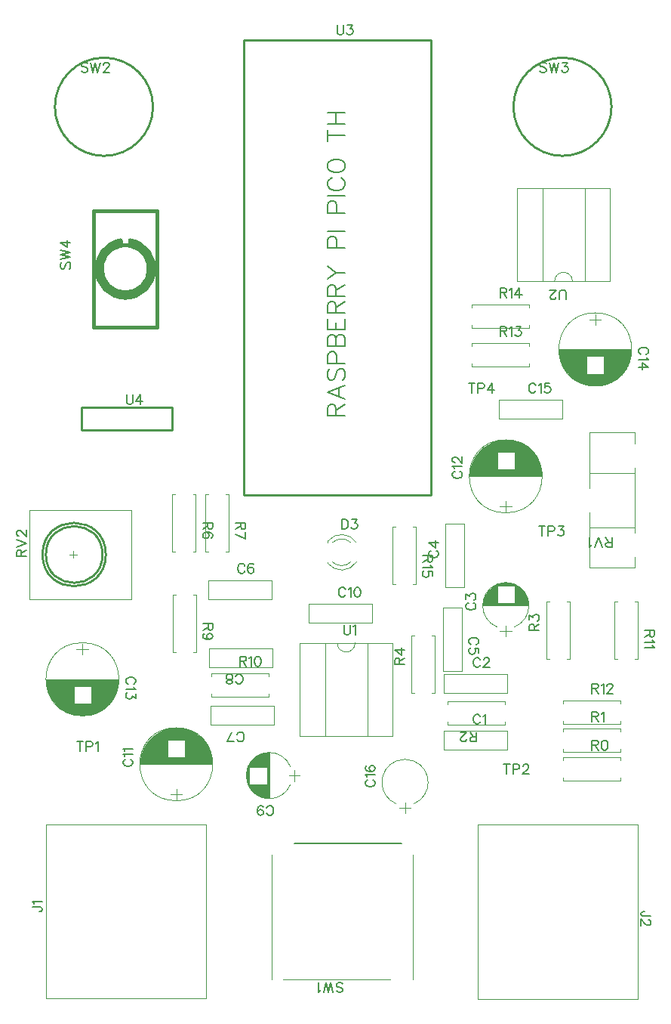
<source format=gto>
G04 Layer: TopSilkLayer*
G04 EasyEDA v6.4.19.5, 2021-05-01T16:54:04+01:00*
G04 546d7772027e45709b81d84d5bd5c9e2,16c567bfc68a422cbc3e568a0f495cef,10*
G04 Gerber Generator version 0.2*
G04 Scale: 100 percent, Rotated: No, Reflected: No *
G04 Dimensions in millimeters *
G04 leading zeros omitted , absolute positions ,4 integer and 5 decimal *
%FSLAX45Y45*%
%MOMM*%

%ADD10C,0.2540*%
%ADD29C,0.1199*%
%ADD30C,0.1200*%
%ADD31C,0.1501*%
%ADD32C,0.3845*%
%ADD33C,0.1016*%
%ADD34C,0.0500*%
%ADD35C,0.3845*%
%ADD36C,0.1524*%
%ADD37C,0.2032*%

%LPD*%
D36*
X7405115Y3503929D02*
G01*
X7322058Y3503929D01*
X7306309Y3509263D01*
X7301229Y3514344D01*
X7296150Y3524757D01*
X7296150Y3535171D01*
X7301229Y3545586D01*
X7306309Y3550920D01*
X7322058Y3556000D01*
X7332472Y3556000D01*
X7379208Y3464560D02*
G01*
X7384288Y3464560D01*
X7394702Y3459479D01*
X7400036Y3454145D01*
X7405115Y3443731D01*
X7405115Y3422904D01*
X7400036Y3412489D01*
X7394702Y3407410D01*
X7384288Y3402329D01*
X7373874Y3402329D01*
X7363459Y3407410D01*
X7347965Y3417823D01*
X7296150Y3469639D01*
X7296150Y3396995D01*
X468884Y3608070D02*
G01*
X551942Y3608070D01*
X567689Y3602736D01*
X572770Y3597655D01*
X577850Y3587242D01*
X577850Y3576828D01*
X572770Y3566413D01*
X567689Y3561079D01*
X551942Y3556000D01*
X541528Y3556000D01*
X489712Y3642360D02*
G01*
X484378Y3652520D01*
X468884Y3668268D01*
X577850Y3668268D01*
X5492178Y5740907D02*
G01*
X5486844Y5751321D01*
X5476430Y5761736D01*
X5466270Y5766815D01*
X5445442Y5766815D01*
X5435028Y5761736D01*
X5424614Y5751321D01*
X5419280Y5740907D01*
X5414200Y5725160D01*
X5414200Y5699252D01*
X5419280Y5683757D01*
X5424614Y5673344D01*
X5435028Y5662929D01*
X5445442Y5657850D01*
X5466270Y5657850D01*
X5476430Y5662929D01*
X5486844Y5673344D01*
X5492178Y5683757D01*
X5526468Y5745987D02*
G01*
X5536882Y5751321D01*
X5552376Y5766815D01*
X5552376Y5657850D01*
X6743700Y5792215D02*
G01*
X6743700Y5683250D01*
X6743700Y5792215D02*
G01*
X6790436Y5792215D01*
X6805929Y5787136D01*
X6811263Y5781802D01*
X6816343Y5771387D01*
X6816343Y5760973D01*
X6811263Y5750560D01*
X6805929Y5745479D01*
X6790436Y5740400D01*
X6743700Y5740400D01*
X6780022Y5740400D02*
G01*
X6816343Y5683250D01*
X6850634Y5771387D02*
G01*
X6861047Y5776721D01*
X6876795Y5792215D01*
X6876795Y5683250D01*
X5448300Y5459984D02*
G01*
X5448300Y5568950D01*
X5448300Y5459984D02*
G01*
X5401563Y5459984D01*
X5386070Y5465063D01*
X5380736Y5470397D01*
X5375656Y5480812D01*
X5375656Y5491226D01*
X5380736Y5501639D01*
X5386070Y5506720D01*
X5401563Y5511800D01*
X5448300Y5511800D01*
X5411977Y5511800D02*
G01*
X5375656Y5568950D01*
X5336031Y5485892D02*
G01*
X5336031Y5480812D01*
X5330952Y5470397D01*
X5325618Y5465063D01*
X5315204Y5459984D01*
X5294629Y5459984D01*
X5284215Y5465063D01*
X5278881Y5470397D01*
X5273802Y5480812D01*
X5273802Y5491226D01*
X5278881Y5501639D01*
X5289295Y5517134D01*
X5341365Y5568950D01*
X5268468Y5568950D01*
X2858515Y7912100D02*
G01*
X2749550Y7912100D01*
X2858515Y7912100D02*
G01*
X2858515Y7865363D01*
X2853436Y7849870D01*
X2848102Y7844536D01*
X2837688Y7839455D01*
X2827274Y7839455D01*
X2816859Y7844536D01*
X2811779Y7849870D01*
X2806700Y7865363D01*
X2806700Y7912100D01*
X2806700Y7875778D02*
G01*
X2749550Y7839455D01*
X2858515Y7732268D02*
G01*
X2749550Y7784337D01*
X2858515Y7805165D02*
G01*
X2858515Y7732268D01*
X4939791Y7600378D02*
G01*
X4929377Y7595044D01*
X4918963Y7584630D01*
X4913884Y7574470D01*
X4913884Y7553642D01*
X4918963Y7543228D01*
X4929377Y7532814D01*
X4939791Y7527480D01*
X4955540Y7522400D01*
X4981447Y7522400D01*
X4996941Y7527480D01*
X5007356Y7532814D01*
X5017770Y7543228D01*
X5022850Y7553642D01*
X5022850Y7574470D01*
X5017770Y7584630D01*
X5007356Y7595044D01*
X4996941Y7600378D01*
X4913884Y7686484D02*
G01*
X4986527Y7634668D01*
X4986527Y7712646D01*
X4913884Y7686484D02*
G01*
X5022850Y7686484D01*
X7443215Y6705600D02*
G01*
X7334250Y6705600D01*
X7443215Y6705600D02*
G01*
X7443215Y6658863D01*
X7438136Y6643370D01*
X7432802Y6638036D01*
X7422388Y6632955D01*
X7411974Y6632955D01*
X7401559Y6638036D01*
X7396479Y6643370D01*
X7391400Y6658863D01*
X7391400Y6705600D01*
X7391400Y6669278D02*
G01*
X7334250Y6632955D01*
X7422388Y6598665D02*
G01*
X7427722Y6588252D01*
X7443215Y6572504D01*
X7334250Y6572504D01*
X7422388Y6538213D02*
G01*
X7427722Y6527800D01*
X7443215Y6512305D01*
X7334250Y6512305D01*
X6743700Y6109715D02*
G01*
X6743700Y6000750D01*
X6743700Y6109715D02*
G01*
X6790436Y6109715D01*
X6805929Y6104636D01*
X6811263Y6099302D01*
X6816343Y6088887D01*
X6816343Y6078473D01*
X6811263Y6068060D01*
X6805929Y6062979D01*
X6790436Y6057900D01*
X6743700Y6057900D01*
X6780022Y6057900D02*
G01*
X6816343Y6000750D01*
X6850634Y6088887D02*
G01*
X6861047Y6094221D01*
X6876795Y6109715D01*
X6876795Y6000750D01*
X6916165Y6083807D02*
G01*
X6916165Y6088887D01*
X6921500Y6099302D01*
X6926579Y6104636D01*
X6936993Y6109715D01*
X6957822Y6109715D01*
X6968236Y6104636D01*
X6973315Y6099302D01*
X6978650Y6088887D01*
X6978650Y6078473D01*
X6973315Y6068060D01*
X6962902Y6052565D01*
X6911086Y6000750D01*
X6983729Y6000750D01*
X3937000Y7951215D02*
G01*
X3937000Y7842250D01*
X3937000Y7951215D02*
G01*
X3973322Y7951215D01*
X3989070Y7946136D01*
X3999229Y7935721D01*
X4004563Y7925308D01*
X4009643Y7909560D01*
X4009643Y7883652D01*
X4004563Y7868158D01*
X3999229Y7857744D01*
X3989070Y7847329D01*
X3973322Y7842250D01*
X3937000Y7842250D01*
X4054347Y7951215D02*
G01*
X4111497Y7951215D01*
X4080509Y7909560D01*
X4096004Y7909560D01*
X4106418Y7904479D01*
X4111497Y7899400D01*
X4116831Y7883652D01*
X4116831Y7873237D01*
X4111497Y7857744D01*
X4101084Y7847329D01*
X4085590Y7842250D01*
X4070095Y7842250D01*
X4054347Y7847329D01*
X4049268Y7852410D01*
X4043934Y7862823D01*
X6044184Y6705600D02*
G01*
X6153150Y6705600D01*
X6044184Y6705600D02*
G01*
X6044184Y6752336D01*
X6049263Y6767829D01*
X6054597Y6773163D01*
X6065011Y6778244D01*
X6075425Y6778244D01*
X6085840Y6773163D01*
X6090920Y6767829D01*
X6096000Y6752336D01*
X6096000Y6705600D01*
X6096000Y6741921D02*
G01*
X6153150Y6778244D01*
X6044184Y6822947D02*
G01*
X6044184Y6880097D01*
X6085840Y6849110D01*
X6085840Y6864604D01*
X6090920Y6875018D01*
X6096000Y6880097D01*
X6111747Y6885431D01*
X6122161Y6885431D01*
X6137656Y6880097D01*
X6148070Y6869684D01*
X6153150Y6854189D01*
X6153150Y6838695D01*
X6148070Y6822947D01*
X6142990Y6817868D01*
X6132575Y6812534D01*
X4532884Y6324600D02*
G01*
X4641850Y6324600D01*
X4532884Y6324600D02*
G01*
X4532884Y6371336D01*
X4537963Y6386829D01*
X4543297Y6392163D01*
X4553711Y6397244D01*
X4564125Y6397244D01*
X4574540Y6392163D01*
X4579620Y6386829D01*
X4584700Y6371336D01*
X4584700Y6324600D01*
X4584700Y6360921D02*
G01*
X4641850Y6397244D01*
X4532884Y6483604D02*
G01*
X4605527Y6431534D01*
X4605527Y6509512D01*
X4532884Y6483604D02*
G01*
X4641850Y6483604D01*
X5358891Y7014171D02*
G01*
X5348477Y7008837D01*
X5338063Y6998423D01*
X5332984Y6988263D01*
X5332984Y6967435D01*
X5338063Y6957021D01*
X5348477Y6946607D01*
X5358891Y6941273D01*
X5374640Y6936193D01*
X5400547Y6936193D01*
X5416041Y6941273D01*
X5426456Y6946607D01*
X5436870Y6957021D01*
X5441950Y6967435D01*
X5441950Y6988263D01*
X5436870Y6998423D01*
X5426456Y7008837D01*
X5416041Y7014171D01*
X5332984Y7058875D02*
G01*
X5332984Y7116025D01*
X5374640Y7084783D01*
X5374640Y7100277D01*
X5379720Y7110691D01*
X5384800Y7116025D01*
X5400547Y7121105D01*
X5410961Y7121105D01*
X5426456Y7116025D01*
X5436870Y7105611D01*
X5441950Y7089863D01*
X5441950Y7074369D01*
X5436870Y7058875D01*
X5431790Y7053541D01*
X5421375Y7048461D01*
X3095028Y4660392D02*
G01*
X3100362Y4649978D01*
X3110776Y4639563D01*
X3120936Y4634484D01*
X3141764Y4634484D01*
X3152178Y4639563D01*
X3162592Y4649978D01*
X3167926Y4660392D01*
X3173006Y4676139D01*
X3173006Y4702047D01*
X3167926Y4717542D01*
X3162592Y4727955D01*
X3152178Y4738370D01*
X3141764Y4743450D01*
X3120936Y4743450D01*
X3110776Y4738370D01*
X3100362Y4727955D01*
X3095028Y4717542D01*
X2993174Y4670805D02*
G01*
X2998508Y4686300D01*
X3008922Y4696713D01*
X3024416Y4702047D01*
X3029496Y4702047D01*
X3045244Y4696713D01*
X3055658Y4686300D01*
X3060738Y4670805D01*
X3060738Y4665726D01*
X3055658Y4649978D01*
X3045244Y4639563D01*
X3029496Y4634484D01*
X3024416Y4634484D01*
X3008922Y4639563D01*
X2998508Y4649978D01*
X2993174Y4670805D01*
X2993174Y4696713D01*
X2998508Y4722876D01*
X3008922Y4738370D01*
X3024416Y4743450D01*
X3034830Y4743450D01*
X3050324Y4738370D01*
X3055658Y4727955D01*
X3877056Y2668778D02*
G01*
X3887470Y2658363D01*
X3902963Y2653284D01*
X3923791Y2653284D01*
X3939286Y2658363D01*
X3949700Y2668778D01*
X3949700Y2679192D01*
X3944620Y2689605D01*
X3939286Y2694939D01*
X3928872Y2700020D01*
X3897629Y2710434D01*
X3887470Y2715513D01*
X3882136Y2720847D01*
X3877056Y2731262D01*
X3877056Y2746755D01*
X3887470Y2757170D01*
X3902963Y2762250D01*
X3923791Y2762250D01*
X3939286Y2757170D01*
X3949700Y2746755D01*
X3842765Y2653284D02*
G01*
X3816604Y2762250D01*
X3790695Y2653284D02*
G01*
X3816604Y2762250D01*
X3790695Y2653284D02*
G01*
X3764788Y2762250D01*
X3738879Y2653284D02*
G01*
X3764788Y2762250D01*
X3704590Y2674112D02*
G01*
X3694175Y2668778D01*
X3678427Y2653284D01*
X3678427Y2762250D01*
X4228591Y5032971D02*
G01*
X4218177Y5027637D01*
X4207763Y5017223D01*
X4202684Y5007063D01*
X4202684Y4986235D01*
X4207763Y4975821D01*
X4218177Y4965407D01*
X4228591Y4960073D01*
X4244340Y4954993D01*
X4270247Y4954993D01*
X4285741Y4960073D01*
X4296156Y4965407D01*
X4306570Y4975821D01*
X4311650Y4986235D01*
X4311650Y5007063D01*
X4306570Y5017223D01*
X4296156Y5027637D01*
X4285741Y5032971D01*
X4223511Y5067261D02*
G01*
X4218177Y5077675D01*
X4202684Y5093169D01*
X4311650Y5093169D01*
X4218177Y5189943D02*
G01*
X4207763Y5184609D01*
X4202684Y5169115D01*
X4202684Y5158701D01*
X4207763Y5142953D01*
X4223511Y5132793D01*
X4249420Y5127459D01*
X4275327Y5127459D01*
X4296156Y5132793D01*
X4306570Y5142953D01*
X4311650Y5158701D01*
X4311650Y5163781D01*
X4306570Y5179529D01*
X4296156Y5189943D01*
X4280661Y5195023D01*
X4275327Y5195023D01*
X4259834Y5189943D01*
X4249420Y5179529D01*
X4244340Y5163781D01*
X4244340Y5158701D01*
X4249420Y5142953D01*
X4259834Y5132793D01*
X4275327Y5127459D01*
X4954015Y7543800D02*
G01*
X4845050Y7543800D01*
X4954015Y7543800D02*
G01*
X4954015Y7497063D01*
X4948936Y7481570D01*
X4943602Y7476236D01*
X4933188Y7471155D01*
X4922774Y7471155D01*
X4912359Y7476236D01*
X4907279Y7481570D01*
X4902200Y7497063D01*
X4902200Y7543800D01*
X4902200Y7507478D02*
G01*
X4845050Y7471155D01*
X4933188Y7436865D02*
G01*
X4938522Y7426452D01*
X4954015Y7410704D01*
X4845050Y7410704D01*
X4954015Y7314184D02*
G01*
X4954015Y7366000D01*
X4907279Y7371334D01*
X4912359Y7366000D01*
X4917693Y7350505D01*
X4917693Y7335012D01*
X4912359Y7319263D01*
X4902200Y7308850D01*
X4886452Y7303770D01*
X4876038Y7303770D01*
X4860543Y7308850D01*
X4850129Y7319263D01*
X4845050Y7335012D01*
X4845050Y7350505D01*
X4850129Y7366000D01*
X4855209Y7371334D01*
X4865624Y7376413D01*
X5492178Y6375907D02*
G01*
X5486844Y6386321D01*
X5476430Y6396736D01*
X5466270Y6401815D01*
X5445442Y6401815D01*
X5435028Y6396736D01*
X5424614Y6386321D01*
X5419280Y6375907D01*
X5414200Y6360160D01*
X5414200Y6334252D01*
X5419280Y6318757D01*
X5424614Y6308344D01*
X5435028Y6297929D01*
X5445442Y6292850D01*
X5466270Y6292850D01*
X5476430Y6297929D01*
X5486844Y6308344D01*
X5492178Y6318757D01*
X5531548Y6375907D02*
G01*
X5531548Y6380987D01*
X5536882Y6391402D01*
X5541962Y6396736D01*
X5552376Y6401815D01*
X5573204Y6401815D01*
X5583618Y6396736D01*
X5588698Y6391402D01*
X5594032Y6380987D01*
X5594032Y6370573D01*
X5588698Y6360160D01*
X5578284Y6344665D01*
X5526468Y6292850D01*
X5599112Y6292850D01*
X5789422Y5208015D02*
G01*
X5789422Y5099050D01*
X5753100Y5208015D02*
G01*
X5825743Y5208015D01*
X5860034Y5208015D02*
G01*
X5860034Y5099050D01*
X5860034Y5208015D02*
G01*
X5906770Y5208015D01*
X5922518Y5202936D01*
X5927597Y5197602D01*
X5932931Y5187187D01*
X5932931Y5171694D01*
X5927597Y5161279D01*
X5922518Y5156200D01*
X5906770Y5150865D01*
X5860034Y5150865D01*
X5972302Y5182107D02*
G01*
X5972302Y5187187D01*
X5977636Y5197602D01*
X5982715Y5202936D01*
X5993129Y5208015D01*
X6013958Y5208015D01*
X6024372Y5202936D01*
X6029452Y5197602D01*
X6034786Y5187187D01*
X6034786Y5176773D01*
X6029452Y5166360D01*
X6019038Y5150865D01*
X5967222Y5099050D01*
X6039865Y5099050D01*
X6183122Y7875015D02*
G01*
X6183122Y7766050D01*
X6146800Y7875015D02*
G01*
X6219443Y7875015D01*
X6253734Y7875015D02*
G01*
X6253734Y7766050D01*
X6253734Y7875015D02*
G01*
X6300470Y7875015D01*
X6316218Y7869936D01*
X6321297Y7864602D01*
X6326631Y7854187D01*
X6326631Y7838694D01*
X6321297Y7828279D01*
X6316218Y7823200D01*
X6300470Y7817865D01*
X6253734Y7817865D01*
X6371336Y7875015D02*
G01*
X6428486Y7875015D01*
X6397243Y7833360D01*
X6412738Y7833360D01*
X6423152Y7828279D01*
X6428486Y7823200D01*
X6433565Y7807452D01*
X6433565Y7797037D01*
X6428486Y7781544D01*
X6418072Y7771129D01*
X6402324Y7766050D01*
X6386829Y7766050D01*
X6371336Y7771129D01*
X6366002Y7776210D01*
X6360922Y7786623D01*
X1001521Y5462015D02*
G01*
X1001521Y5353050D01*
X965200Y5462015D02*
G01*
X1037844Y5462015D01*
X1072134Y5462015D02*
G01*
X1072134Y5353050D01*
X1072134Y5462015D02*
G01*
X1118870Y5462015D01*
X1134618Y5456936D01*
X1139697Y5451602D01*
X1145031Y5441187D01*
X1145031Y5425694D01*
X1139697Y5415279D01*
X1134618Y5410200D01*
X1118870Y5404865D01*
X1072134Y5404865D01*
X1179321Y5441187D02*
G01*
X1189736Y5446521D01*
X1205229Y5462015D01*
X1205229Y5353050D01*
X2488872Y7912100D02*
G01*
X2379906Y7912100D01*
X2488872Y7912100D02*
G01*
X2488872Y7865363D01*
X2483792Y7849870D01*
X2478458Y7844536D01*
X2468044Y7839455D01*
X2457630Y7839455D01*
X2447216Y7844536D01*
X2442136Y7849870D01*
X2437056Y7865363D01*
X2437056Y7912100D01*
X2437056Y7875778D02*
G01*
X2379906Y7839455D01*
X2473378Y7742681D02*
G01*
X2483792Y7748015D01*
X2488872Y7763510D01*
X2488872Y7773923D01*
X2483792Y7789418D01*
X2468044Y7799831D01*
X2442136Y7805165D01*
X2416228Y7805165D01*
X2395400Y7799831D01*
X2384986Y7789418D01*
X2379906Y7773923D01*
X2379906Y7768589D01*
X2384986Y7753095D01*
X2395400Y7742681D01*
X2410894Y7737602D01*
X2416228Y7737602D01*
X2431722Y7742681D01*
X2442136Y7753095D01*
X2447216Y7768589D01*
X2447216Y7773923D01*
X2442136Y7789418D01*
X2431722Y7799831D01*
X2416228Y7805165D01*
X2850578Y7430008D02*
G01*
X2845244Y7440421D01*
X2834830Y7450836D01*
X2824670Y7455915D01*
X2803842Y7455915D01*
X2793428Y7450836D01*
X2783014Y7440421D01*
X2777680Y7430008D01*
X2772600Y7414260D01*
X2772600Y7388352D01*
X2777680Y7372858D01*
X2783014Y7362444D01*
X2793428Y7352029D01*
X2803842Y7346950D01*
X2824670Y7346950D01*
X2834830Y7352029D01*
X2845244Y7362444D01*
X2850578Y7372858D01*
X2947098Y7440421D02*
G01*
X2942018Y7450836D01*
X2926270Y7455915D01*
X2916110Y7455915D01*
X2900362Y7450836D01*
X2889948Y7435087D01*
X2884868Y7409179D01*
X2884868Y7383271D01*
X2889948Y7362444D01*
X2900362Y7352029D01*
X2916110Y7346950D01*
X2921190Y7346950D01*
X2936684Y7352029D01*
X2947098Y7362444D01*
X2952432Y7377937D01*
X2952432Y7383271D01*
X2947098Y7398765D01*
X2936684Y7409179D01*
X2921190Y7414260D01*
X2916110Y7414260D01*
X2900362Y7409179D01*
X2889948Y7398765D01*
X2884868Y7383271D01*
X2490215Y6781800D02*
G01*
X2381250Y6781800D01*
X2490215Y6781800D02*
G01*
X2490215Y6735063D01*
X2485136Y6719570D01*
X2479802Y6714236D01*
X2469388Y6709155D01*
X2458974Y6709155D01*
X2448559Y6714236D01*
X2443479Y6719570D01*
X2438400Y6735063D01*
X2438400Y6781800D01*
X2438400Y6745478D02*
G01*
X2381250Y6709155D01*
X2453893Y6607302D02*
G01*
X2438400Y6612381D01*
X2427986Y6622795D01*
X2422652Y6638289D01*
X2422652Y6643623D01*
X2427986Y6659118D01*
X2438400Y6669531D01*
X2453893Y6674865D01*
X2458974Y6674865D01*
X2474722Y6669531D01*
X2485136Y6659118D01*
X2490215Y6643623D01*
X2490215Y6638289D01*
X2485136Y6622795D01*
X2474722Y6612381D01*
X2453893Y6607302D01*
X2427986Y6607302D01*
X2401824Y6612381D01*
X2386329Y6622795D01*
X2381250Y6638289D01*
X2381250Y6648704D01*
X2386329Y6664452D01*
X2396743Y6669531D01*
X2794000Y6414515D02*
G01*
X2794000Y6305550D01*
X2794000Y6414515D02*
G01*
X2840736Y6414515D01*
X2856229Y6409436D01*
X2861563Y6404102D01*
X2866643Y6393687D01*
X2866643Y6383273D01*
X2861563Y6372860D01*
X2856229Y6367779D01*
X2840736Y6362700D01*
X2794000Y6362700D01*
X2830322Y6362700D02*
G01*
X2866643Y6305550D01*
X2900934Y6393687D02*
G01*
X2911347Y6399021D01*
X2927095Y6414515D01*
X2927095Y6305550D01*
X2992374Y6414515D02*
G01*
X2976879Y6409436D01*
X2966465Y6393687D01*
X2961386Y6367779D01*
X2961386Y6352286D01*
X2966465Y6326123D01*
X2976879Y6310629D01*
X2992374Y6305550D01*
X3002788Y6305550D01*
X3018536Y6310629D01*
X3028950Y6326123D01*
X3034029Y6352286D01*
X3034029Y6367779D01*
X3028950Y6393687D01*
X3018536Y6409436D01*
X3002788Y6414515D01*
X2992374Y6414515D01*
X2762821Y5485892D02*
G01*
X2768155Y5475478D01*
X2778569Y5465063D01*
X2788729Y5459984D01*
X2809557Y5459984D01*
X2819971Y5465063D01*
X2830385Y5475478D01*
X2835719Y5485892D01*
X2840799Y5501639D01*
X2840799Y5527547D01*
X2835719Y5543042D01*
X2830385Y5553455D01*
X2819971Y5563870D01*
X2809557Y5568950D01*
X2788729Y5568950D01*
X2778569Y5563870D01*
X2768155Y5553455D01*
X2762821Y5543042D01*
X2655887Y5459984D02*
G01*
X2707703Y5568950D01*
X2728531Y5459984D02*
G01*
X2655887Y5459984D01*
X2750121Y6133592D02*
G01*
X2755455Y6123178D01*
X2765869Y6112763D01*
X2776029Y6107684D01*
X2796857Y6107684D01*
X2807271Y6112763D01*
X2817685Y6123178D01*
X2823019Y6133592D01*
X2828099Y6149339D01*
X2828099Y6175247D01*
X2823019Y6190742D01*
X2817685Y6201155D01*
X2807271Y6211570D01*
X2796857Y6216650D01*
X2776029Y6216650D01*
X2765869Y6211570D01*
X2755455Y6201155D01*
X2750121Y6190742D01*
X2689923Y6107684D02*
G01*
X2705417Y6112763D01*
X2710751Y6123178D01*
X2710751Y6133592D01*
X2705417Y6144005D01*
X2695003Y6149339D01*
X2674429Y6154420D01*
X2658681Y6159500D01*
X2648267Y6169913D01*
X2643187Y6180328D01*
X2643187Y6196076D01*
X2648267Y6206489D01*
X2653601Y6211570D01*
X2669095Y6216650D01*
X2689923Y6216650D01*
X2705417Y6211570D01*
X2710751Y6206489D01*
X2715831Y6196076D01*
X2715831Y6180328D01*
X2710751Y6169913D01*
X2700337Y6159500D01*
X2684589Y6154420D01*
X2664015Y6149339D01*
X2653601Y6144005D01*
X2648267Y6133592D01*
X2648267Y6123178D01*
X2653601Y6112763D01*
X2669095Y6107684D01*
X2689923Y6107684D01*
X1600707Y6104128D02*
G01*
X1611121Y6109462D01*
X1621536Y6119876D01*
X1626615Y6130036D01*
X1626615Y6150863D01*
X1621536Y6161278D01*
X1611121Y6171692D01*
X1600707Y6177026D01*
X1584960Y6182105D01*
X1559052Y6182105D01*
X1543557Y6177026D01*
X1533144Y6171692D01*
X1522729Y6161278D01*
X1517650Y6150863D01*
X1517650Y6130036D01*
X1522729Y6119876D01*
X1533144Y6109462D01*
X1543557Y6104128D01*
X1605787Y6069837D02*
G01*
X1611121Y6059423D01*
X1626615Y6043929D01*
X1517650Y6043929D01*
X1626615Y5999226D02*
G01*
X1626615Y5942076D01*
X1584960Y5973318D01*
X1584960Y5957570D01*
X1579879Y5947155D01*
X1574800Y5942076D01*
X1559052Y5936995D01*
X1548637Y5936995D01*
X1533144Y5942076D01*
X1522729Y5952489D01*
X1517650Y5967984D01*
X1517650Y5983731D01*
X1522729Y5999226D01*
X1527810Y6004305D01*
X1538223Y6009639D01*
X1510792Y5262371D02*
G01*
X1500378Y5257037D01*
X1489963Y5246623D01*
X1484884Y5236463D01*
X1484884Y5215636D01*
X1489963Y5205221D01*
X1500378Y5194807D01*
X1510792Y5189473D01*
X1526539Y5184394D01*
X1552447Y5184394D01*
X1567942Y5189473D01*
X1578355Y5194807D01*
X1588770Y5205221D01*
X1593850Y5215636D01*
X1593850Y5236463D01*
X1588770Y5246623D01*
X1578355Y5257037D01*
X1567942Y5262371D01*
X1505712Y5296662D02*
G01*
X1500378Y5307076D01*
X1484884Y5322570D01*
X1593850Y5322570D01*
X1505712Y5356860D02*
G01*
X1500378Y5367273D01*
X1484884Y5382768D01*
X1593850Y5382768D01*
X5206491Y8488171D02*
G01*
X5196077Y8482837D01*
X5185663Y8472424D01*
X5180584Y8462263D01*
X5180584Y8441436D01*
X5185663Y8431021D01*
X5196077Y8420608D01*
X5206491Y8415274D01*
X5222240Y8410194D01*
X5248147Y8410194D01*
X5263641Y8415274D01*
X5274056Y8420608D01*
X5284470Y8431021D01*
X5289550Y8441436D01*
X5289550Y8462263D01*
X5284470Y8472424D01*
X5274056Y8482837D01*
X5263641Y8488171D01*
X5201411Y8522462D02*
G01*
X5196077Y8532876D01*
X5180584Y8548370D01*
X5289550Y8548370D01*
X5206491Y8587994D02*
G01*
X5201411Y8587994D01*
X5190997Y8593074D01*
X5185663Y8598154D01*
X5180584Y8608568D01*
X5180584Y8629395D01*
X5185663Y8639810D01*
X5190997Y8645144D01*
X5201411Y8650224D01*
X5211825Y8650224D01*
X5222240Y8645144D01*
X5237734Y8634729D01*
X5289550Y8582660D01*
X5289550Y8655304D01*
X7353808Y9799828D02*
G01*
X7364222Y9805162D01*
X7374636Y9815576D01*
X7379715Y9825736D01*
X7379715Y9846563D01*
X7374636Y9856978D01*
X7364222Y9867392D01*
X7353808Y9872726D01*
X7338059Y9877805D01*
X7312152Y9877805D01*
X7296658Y9872726D01*
X7286243Y9867392D01*
X7275829Y9856978D01*
X7270750Y9846563D01*
X7270750Y9825736D01*
X7275829Y9815576D01*
X7286243Y9805162D01*
X7296658Y9799828D01*
X7358888Y9765537D02*
G01*
X7364222Y9755124D01*
X7379715Y9739629D01*
X7270750Y9739629D01*
X7379715Y9653270D02*
G01*
X7307072Y9705339D01*
X7307072Y9627362D01*
X7379715Y9653270D02*
G01*
X7270750Y9653270D01*
X3980878Y7163308D02*
G01*
X3975544Y7173721D01*
X3965130Y7184136D01*
X3954970Y7189215D01*
X3934142Y7189215D01*
X3923728Y7184136D01*
X3913314Y7173721D01*
X3907980Y7163308D01*
X3902900Y7147560D01*
X3902900Y7121652D01*
X3907980Y7106158D01*
X3913314Y7095744D01*
X3923728Y7085329D01*
X3934142Y7080250D01*
X3954970Y7080250D01*
X3965130Y7085329D01*
X3975544Y7095744D01*
X3980878Y7106158D01*
X4015168Y7168387D02*
G01*
X4025582Y7173721D01*
X4041076Y7189215D01*
X4041076Y7080250D01*
X4106608Y7189215D02*
G01*
X4090860Y7184136D01*
X4080700Y7168387D01*
X4075366Y7142479D01*
X4075366Y7126986D01*
X4080700Y7100823D01*
X4090860Y7085329D01*
X4106608Y7080250D01*
X4117022Y7080250D01*
X4132516Y7085329D01*
X4142930Y7100823D01*
X4148010Y7126986D01*
X4148010Y7142479D01*
X4142930Y7168387D01*
X4132516Y7184136D01*
X4117022Y7189215D01*
X4106608Y7189215D01*
X6114478Y9449308D02*
G01*
X6109144Y9459721D01*
X6098730Y9470136D01*
X6088570Y9475215D01*
X6067742Y9475215D01*
X6057328Y9470136D01*
X6046914Y9459721D01*
X6041580Y9449308D01*
X6036500Y9433560D01*
X6036500Y9407652D01*
X6041580Y9392158D01*
X6046914Y9381744D01*
X6057328Y9371329D01*
X6067742Y9366250D01*
X6088570Y9366250D01*
X6098730Y9371329D01*
X6109144Y9381744D01*
X6114478Y9392158D01*
X6148768Y9454387D02*
G01*
X6159182Y9459721D01*
X6174676Y9475215D01*
X6174676Y9366250D01*
X6271450Y9475215D02*
G01*
X6219380Y9475215D01*
X6214300Y9428479D01*
X6219380Y9433560D01*
X6234874Y9438894D01*
X6250622Y9438894D01*
X6266116Y9433560D01*
X6276530Y9423400D01*
X6281610Y9407652D01*
X6281610Y9397237D01*
X6276530Y9381744D01*
X6266116Y9371329D01*
X6250622Y9366250D01*
X6234874Y9366250D01*
X6219380Y9371329D01*
X6214300Y9376410D01*
X6208966Y9386824D01*
X5448808Y6547421D02*
G01*
X5459222Y6552755D01*
X5469636Y6563169D01*
X5474715Y6573329D01*
X5474715Y6594157D01*
X5469636Y6604571D01*
X5459222Y6614985D01*
X5448808Y6620319D01*
X5433059Y6625399D01*
X5407152Y6625399D01*
X5391658Y6620319D01*
X5381243Y6614985D01*
X5370829Y6604571D01*
X5365750Y6594157D01*
X5365750Y6573329D01*
X5370829Y6563169D01*
X5381243Y6552755D01*
X5391658Y6547421D01*
X5474715Y6450901D02*
G01*
X5474715Y6502717D01*
X5427979Y6508051D01*
X5433059Y6502717D01*
X5438393Y6487223D01*
X5438393Y6471729D01*
X5433059Y6455981D01*
X5422900Y6445567D01*
X5407152Y6440487D01*
X5396738Y6440487D01*
X5381243Y6445567D01*
X5370829Y6455981D01*
X5365750Y6471729D01*
X5365750Y6487223D01*
X5370829Y6502717D01*
X5375909Y6508051D01*
X5386324Y6513131D01*
X6743700Y5474715D02*
G01*
X6743700Y5365750D01*
X6743700Y5474715D02*
G01*
X6790436Y5474715D01*
X6805929Y5469636D01*
X6811263Y5464302D01*
X6816343Y5453887D01*
X6816343Y5443473D01*
X6811263Y5433060D01*
X6805929Y5427979D01*
X6790436Y5422900D01*
X6743700Y5422900D01*
X6780022Y5422900D02*
G01*
X6816343Y5365750D01*
X6881875Y5474715D02*
G01*
X6866381Y5469636D01*
X6855968Y5453887D01*
X6850634Y5427979D01*
X6850634Y5412486D01*
X6855968Y5386323D01*
X6866381Y5370829D01*
X6881875Y5365750D01*
X6892290Y5365750D01*
X6907784Y5370829D01*
X6918197Y5386323D01*
X6923531Y5412486D01*
X6923531Y5427979D01*
X6918197Y5453887D01*
X6907784Y5469636D01*
X6892290Y5474715D01*
X6881875Y5474715D01*
X5395722Y9475215D02*
G01*
X5395722Y9366250D01*
X5359400Y9475215D02*
G01*
X5432043Y9475215D01*
X5466334Y9475215D02*
G01*
X5466334Y9366250D01*
X5466334Y9475215D02*
G01*
X5513070Y9475215D01*
X5528818Y9470136D01*
X5533897Y9464802D01*
X5539231Y9454387D01*
X5539231Y9438894D01*
X5533897Y9428479D01*
X5528818Y9423400D01*
X5513070Y9418065D01*
X5466334Y9418065D01*
X5625338Y9475215D02*
G01*
X5573522Y9402571D01*
X5651500Y9402571D01*
X5625338Y9475215D02*
G01*
X5625338Y9366250D01*
X6451600Y10412984D02*
G01*
X6451600Y10490962D01*
X6446520Y10506455D01*
X6436106Y10516870D01*
X6420358Y10521950D01*
X6409943Y10521950D01*
X6394450Y10516870D01*
X6384036Y10506455D01*
X6378956Y10490962D01*
X6378956Y10412984D01*
X6339331Y10438892D02*
G01*
X6339331Y10433812D01*
X6334252Y10423397D01*
X6328918Y10418063D01*
X6318504Y10412984D01*
X6297929Y10412984D01*
X6287515Y10418063D01*
X6282181Y10423397D01*
X6277102Y10433812D01*
X6277102Y10444226D01*
X6282181Y10454639D01*
X6292595Y10470134D01*
X6344665Y10521950D01*
X6271768Y10521950D01*
X3962400Y6770115D02*
G01*
X3962400Y6692137D01*
X3967479Y6676644D01*
X3977893Y6666229D01*
X3993641Y6661150D01*
X4004056Y6661150D01*
X4019550Y6666229D01*
X4029963Y6676644D01*
X4035043Y6692137D01*
X4035043Y6770115D01*
X4069334Y6749287D02*
G01*
X4079747Y6754621D01*
X4095495Y6770115D01*
X4095495Y6661150D01*
X1524000Y9348215D02*
G01*
X1524000Y9270237D01*
X1529079Y9254744D01*
X1539494Y9244329D01*
X1555242Y9239250D01*
X1565655Y9239250D01*
X1581150Y9244329D01*
X1591563Y9254744D01*
X1596644Y9270237D01*
X1596644Y9348215D01*
X1683004Y9348215D02*
G01*
X1630934Y9275571D01*
X1708912Y9275571D01*
X1683004Y9348215D02*
G01*
X1683004Y9239250D01*
X3886200Y13489917D02*
G01*
X3886200Y13411939D01*
X3891279Y13396445D01*
X3901693Y13386031D01*
X3917441Y13380951D01*
X3927856Y13380951D01*
X3943350Y13386031D01*
X3953763Y13396445D01*
X3958843Y13411939D01*
X3958843Y13489917D01*
X4003547Y13489917D02*
G01*
X4060697Y13489917D01*
X4029709Y13448261D01*
X4045204Y13448261D01*
X4055618Y13443181D01*
X4060697Y13438101D01*
X4066031Y13422353D01*
X4066031Y13411939D01*
X4060697Y13396445D01*
X4050284Y13386031D01*
X4034790Y13380951D01*
X4019295Y13380951D01*
X4003547Y13386031D01*
X3998468Y13391111D01*
X3993134Y13401525D01*
D37*
X3781221Y9109603D02*
G01*
X3975023Y9109603D01*
X3781221Y9109603D02*
G01*
X3781221Y9192661D01*
X3790365Y9220347D01*
X3799509Y9229745D01*
X3818051Y9238889D01*
X3836593Y9238889D01*
X3855135Y9229745D01*
X3864279Y9220347D01*
X3873423Y9192661D01*
X3873423Y9109603D01*
X3873423Y9174373D02*
G01*
X3975023Y9238889D01*
X3781221Y9373763D02*
G01*
X3975023Y9299849D01*
X3781221Y9373763D02*
G01*
X3975023Y9447677D01*
X3910507Y9327535D02*
G01*
X3910507Y9419991D01*
X3808907Y9637923D02*
G01*
X3790365Y9619381D01*
X3781221Y9591695D01*
X3781221Y9554865D01*
X3790365Y9527179D01*
X3808907Y9508637D01*
X3827449Y9508637D01*
X3845737Y9517781D01*
X3855135Y9527179D01*
X3864279Y9545467D01*
X3882821Y9601093D01*
X3891965Y9619381D01*
X3901109Y9628779D01*
X3919651Y9637923D01*
X3947337Y9637923D01*
X3965879Y9619381D01*
X3975023Y9591695D01*
X3975023Y9554865D01*
X3965879Y9527179D01*
X3947337Y9508637D01*
X3781221Y9698883D02*
G01*
X3975023Y9698883D01*
X3781221Y9698883D02*
G01*
X3781221Y9781941D01*
X3790365Y9809627D01*
X3799509Y9819025D01*
X3818051Y9828169D01*
X3845737Y9828169D01*
X3864279Y9819025D01*
X3873423Y9809627D01*
X3882821Y9781941D01*
X3882821Y9698883D01*
X3781221Y9889129D02*
G01*
X3975023Y9889129D01*
X3781221Y9889129D02*
G01*
X3781221Y9972187D01*
X3790365Y9999873D01*
X3799509Y10009271D01*
X3818051Y10018415D01*
X3836593Y10018415D01*
X3855135Y10009271D01*
X3864279Y9999873D01*
X3873423Y9972187D01*
X3873423Y9889129D02*
G01*
X3873423Y9972187D01*
X3882821Y9999873D01*
X3891965Y10009271D01*
X3910507Y10018415D01*
X3938193Y10018415D01*
X3956735Y10009271D01*
X3965879Y9999873D01*
X3975023Y9972187D01*
X3975023Y9889129D01*
X3781221Y10079375D02*
G01*
X3975023Y10079375D01*
X3781221Y10079375D02*
G01*
X3781221Y10199517D01*
X3873423Y10079375D02*
G01*
X3873423Y10153289D01*
X3975023Y10079375D02*
G01*
X3975023Y10199517D01*
X3781221Y10260477D02*
G01*
X3975023Y10260477D01*
X3781221Y10260477D02*
G01*
X3781221Y10343535D01*
X3790365Y10371221D01*
X3799509Y10380619D01*
X3818051Y10389763D01*
X3836593Y10389763D01*
X3855135Y10380619D01*
X3864279Y10371221D01*
X3873423Y10343535D01*
X3873423Y10260477D01*
X3873423Y10324993D02*
G01*
X3975023Y10389763D01*
X3781221Y10450723D02*
G01*
X3975023Y10450723D01*
X3781221Y10450723D02*
G01*
X3781221Y10533781D01*
X3790365Y10561467D01*
X3799509Y10570865D01*
X3818051Y10580009D01*
X3836593Y10580009D01*
X3855135Y10570865D01*
X3864279Y10561467D01*
X3873423Y10533781D01*
X3873423Y10450723D01*
X3873423Y10515493D02*
G01*
X3975023Y10580009D01*
X3781221Y10640969D02*
G01*
X3873423Y10714883D01*
X3975023Y10714883D01*
X3781221Y10788797D02*
G01*
X3873423Y10714883D01*
X3781221Y10991997D02*
G01*
X3975023Y10991997D01*
X3781221Y10991997D02*
G01*
X3781221Y11075055D01*
X3790365Y11102741D01*
X3799509Y11112139D01*
X3818051Y11121283D01*
X3845737Y11121283D01*
X3864279Y11112139D01*
X3873423Y11102741D01*
X3882821Y11075055D01*
X3882821Y10991997D01*
X3781221Y11182243D02*
G01*
X3975023Y11182243D01*
X3781221Y11385443D02*
G01*
X3975023Y11385443D01*
X3781221Y11385443D02*
G01*
X3781221Y11468501D01*
X3790365Y11496187D01*
X3799509Y11505585D01*
X3818051Y11514729D01*
X3845737Y11514729D01*
X3864279Y11505585D01*
X3873423Y11496187D01*
X3882821Y11468501D01*
X3882821Y11385443D01*
X3781221Y11575689D02*
G01*
X3975023Y11575689D01*
X3827449Y11775333D02*
G01*
X3808907Y11765935D01*
X3790365Y11747393D01*
X3781221Y11729105D01*
X3781221Y11692021D01*
X3790365Y11673733D01*
X3808907Y11655191D01*
X3827449Y11645793D01*
X3855135Y11636649D01*
X3901109Y11636649D01*
X3929049Y11645793D01*
X3947337Y11655191D01*
X3965879Y11673733D01*
X3975023Y11692021D01*
X3975023Y11729105D01*
X3965879Y11747393D01*
X3947337Y11765935D01*
X3929049Y11775333D01*
X3781221Y11891665D02*
G01*
X3790365Y11873123D01*
X3808907Y11854581D01*
X3827449Y11845437D01*
X3855135Y11836293D01*
X3901109Y11836293D01*
X3929049Y11845437D01*
X3947337Y11854581D01*
X3965879Y11873123D01*
X3975023Y11891665D01*
X3975023Y11928495D01*
X3965879Y11947037D01*
X3947337Y11965579D01*
X3929049Y11974723D01*
X3901109Y11983867D01*
X3855135Y11983867D01*
X3827449Y11974723D01*
X3808907Y11965579D01*
X3790365Y11947037D01*
X3781221Y11928495D01*
X3781221Y11891665D01*
X3781221Y12251837D02*
G01*
X3975023Y12251837D01*
X3781221Y12187067D02*
G01*
X3781221Y12316353D01*
X3781221Y12377313D02*
G01*
X3975023Y12377313D01*
X3781221Y12506853D02*
G01*
X3975023Y12506853D01*
X3873423Y12377313D02*
G01*
X3873423Y12506853D01*
D36*
X1088644Y13053821D02*
G01*
X1078229Y13064236D01*
X1062736Y13069315D01*
X1041907Y13069315D01*
X1026413Y13064236D01*
X1016000Y13053821D01*
X1016000Y13043408D01*
X1021079Y13032994D01*
X1026413Y13027660D01*
X1036828Y13022579D01*
X1068070Y13012165D01*
X1078229Y13007086D01*
X1083563Y13001752D01*
X1088644Y12991337D01*
X1088644Y12975844D01*
X1078229Y12965429D01*
X1062736Y12960350D01*
X1041907Y12960350D01*
X1026413Y12965429D01*
X1016000Y12975844D01*
X1122934Y13069315D02*
G01*
X1149095Y12960350D01*
X1175004Y13069315D02*
G01*
X1149095Y12960350D01*
X1175004Y13069315D02*
G01*
X1200912Y12960350D01*
X1226820Y13069315D02*
G01*
X1200912Y12960350D01*
X1266444Y13043408D02*
G01*
X1266444Y13048487D01*
X1271523Y13058902D01*
X1276857Y13064236D01*
X1287271Y13069315D01*
X1308100Y13069315D01*
X1318260Y13064236D01*
X1323594Y13058902D01*
X1328673Y13048487D01*
X1328673Y13038074D01*
X1323594Y13027660D01*
X1313179Y13012165D01*
X1261110Y12960350D01*
X1334007Y12960350D01*
X6232143Y13053821D02*
G01*
X6221729Y13064236D01*
X6206236Y13069315D01*
X6185408Y13069315D01*
X6169913Y13064236D01*
X6159500Y13053821D01*
X6159500Y13043408D01*
X6164579Y13032994D01*
X6169913Y13027660D01*
X6180327Y13022579D01*
X6211570Y13012165D01*
X6221729Y13007086D01*
X6227063Y13001752D01*
X6232143Y12991337D01*
X6232143Y12975844D01*
X6221729Y12965429D01*
X6206236Y12960350D01*
X6185408Y12960350D01*
X6169913Y12965429D01*
X6159500Y12975844D01*
X6266434Y13069315D02*
G01*
X6292595Y12960350D01*
X6318504Y13069315D02*
G01*
X6292595Y12960350D01*
X6318504Y13069315D02*
G01*
X6344411Y12960350D01*
X6370320Y13069315D02*
G01*
X6344411Y12960350D01*
X6415024Y13069315D02*
G01*
X6472174Y13069315D01*
X6441186Y13027660D01*
X6456679Y13027660D01*
X6467093Y13022579D01*
X6472174Y13017500D01*
X6477508Y13001752D01*
X6477508Y12991337D01*
X6472174Y12975844D01*
X6461759Y12965429D01*
X6446265Y12960350D01*
X6430772Y12960350D01*
X6415024Y12965429D01*
X6409943Y12970510D01*
X6404609Y12980924D01*
X801878Y10829544D02*
G01*
X791463Y10819129D01*
X786384Y10803636D01*
X786384Y10782808D01*
X791463Y10767313D01*
X801878Y10756900D01*
X812292Y10756900D01*
X822705Y10761979D01*
X828039Y10767313D01*
X833120Y10777728D01*
X843534Y10808970D01*
X848613Y10819129D01*
X853947Y10824463D01*
X864362Y10829544D01*
X879855Y10829544D01*
X890270Y10819129D01*
X895350Y10803636D01*
X895350Y10782808D01*
X890270Y10767313D01*
X879855Y10756900D01*
X786384Y10863834D02*
G01*
X895350Y10889995D01*
X786384Y10915904D02*
G01*
X895350Y10889995D01*
X786384Y10915904D02*
G01*
X895350Y10941812D01*
X786384Y10967720D02*
G01*
X895350Y10941812D01*
X786384Y11054079D02*
G01*
X859028Y11002010D01*
X859028Y11079987D01*
X786384Y11054079D02*
G01*
X895350Y11054079D01*
X6970433Y7640548D02*
G01*
X6970433Y7749768D01*
X6970433Y7640548D02*
G01*
X6923443Y7640548D01*
X6907949Y7645882D01*
X6902869Y7650962D01*
X6897535Y7661376D01*
X6897535Y7671790D01*
X6902869Y7682204D01*
X6907949Y7687284D01*
X6923443Y7692618D01*
X6970433Y7692618D01*
X6933857Y7692618D02*
G01*
X6897535Y7749768D01*
X6863245Y7640548D02*
G01*
X6821843Y7749768D01*
X6780187Y7640548D02*
G01*
X6821843Y7749768D01*
X6745897Y7661376D02*
G01*
X6735483Y7656296D01*
X6719989Y7640548D01*
X6719989Y7749768D01*
X291782Y7535100D02*
G01*
X400748Y7535100D01*
X291782Y7535100D02*
G01*
X291782Y7581836D01*
X296862Y7597330D01*
X302196Y7602664D01*
X312610Y7607744D01*
X323024Y7607744D01*
X333438Y7602664D01*
X338518Y7597330D01*
X343598Y7581836D01*
X343598Y7535100D01*
X343598Y7571422D02*
G01*
X400748Y7607744D01*
X291782Y7642034D02*
G01*
X400748Y7683690D01*
X291782Y7725346D02*
G01*
X400748Y7683690D01*
X317690Y7764716D02*
G01*
X312610Y7764716D01*
X302196Y7770050D01*
X296862Y7775130D01*
X291782Y7785544D01*
X291782Y7806372D01*
X296862Y7816786D01*
X302196Y7821866D01*
X312610Y7827200D01*
X323024Y7827200D01*
X333438Y7821866D01*
X348932Y7811452D01*
X400748Y7759636D01*
X400748Y7832280D01*
X5715000Y10110215D02*
G01*
X5715000Y10001250D01*
X5715000Y10110215D02*
G01*
X5761736Y10110215D01*
X5777229Y10105136D01*
X5782563Y10099802D01*
X5787643Y10089387D01*
X5787643Y10078974D01*
X5782563Y10068560D01*
X5777229Y10063479D01*
X5761736Y10058400D01*
X5715000Y10058400D01*
X5751322Y10058400D02*
G01*
X5787643Y10001250D01*
X5821934Y10089387D02*
G01*
X5832347Y10094721D01*
X5848095Y10110215D01*
X5848095Y10001250D01*
X5892800Y10110215D02*
G01*
X5949950Y10110215D01*
X5918708Y10068560D01*
X5934202Y10068560D01*
X5944615Y10063479D01*
X5949950Y10058400D01*
X5955029Y10042652D01*
X5955029Y10032237D01*
X5949950Y10016744D01*
X5939536Y10006329D01*
X5923788Y10001250D01*
X5908293Y10001250D01*
X5892800Y10006329D01*
X5887465Y10011410D01*
X5882386Y10021824D01*
X5715000Y10542015D02*
G01*
X5715000Y10433050D01*
X5715000Y10542015D02*
G01*
X5761736Y10542015D01*
X5777229Y10536936D01*
X5782563Y10531602D01*
X5787643Y10521187D01*
X5787643Y10510774D01*
X5782563Y10500360D01*
X5777229Y10495279D01*
X5761736Y10490200D01*
X5715000Y10490200D01*
X5751322Y10490200D02*
G01*
X5787643Y10433050D01*
X5821934Y10521187D02*
G01*
X5832347Y10526521D01*
X5848095Y10542015D01*
X5848095Y10433050D01*
X5934202Y10542015D02*
G01*
X5882386Y10469371D01*
X5960109Y10469371D01*
X5934202Y10542015D02*
G01*
X5934202Y10433050D01*
D29*
X7255992Y2575991D02*
G01*
X5461000Y2575991D01*
X5461000Y4529988D01*
X7255992Y4529988D01*
X7255992Y2575991D01*
X618007Y4536008D02*
G01*
X2413000Y4536008D01*
X2413000Y2582011D01*
X618007Y2582011D01*
X618007Y4536008D01*
D30*
X5791644Y5367781D02*
G01*
X5079682Y5367781D01*
X5079682Y5579618D01*
X5791644Y5579618D01*
X5791644Y5367781D01*
X6422643Y5571744D02*
G01*
X6422643Y5604763D01*
X7064756Y5604763D01*
X7064756Y5571744D01*
X6422643Y5375655D02*
G01*
X6422643Y5342636D01*
X7064756Y5342636D01*
X7064756Y5375655D01*
X5769356Y5680455D02*
G01*
X5769356Y5647436D01*
X5127243Y5647436D01*
X5127243Y5680455D01*
X5769356Y5876544D02*
G01*
X5769356Y5909563D01*
X5127243Y5909563D01*
X5127243Y5876544D01*
X2638043Y8233155D02*
G01*
X2671063Y8233155D01*
X2671063Y7591044D01*
X2638043Y7591044D01*
X2441956Y8233155D02*
G01*
X2408936Y8233155D01*
X2408936Y7591044D01*
X2441956Y7591044D01*
X5312918Y7899844D02*
G01*
X5312918Y7187882D01*
X5101081Y7187882D01*
X5101081Y7899844D01*
X5312918Y7899844D01*
X7222743Y7026655D02*
G01*
X7255763Y7026655D01*
X7255763Y6384544D01*
X7222743Y6384544D01*
X7026656Y7026655D02*
G01*
X6993636Y7026655D01*
X6993636Y6384544D01*
X7026656Y6384544D01*
X6422643Y5889244D02*
G01*
X6422643Y5922263D01*
X7064756Y5922263D01*
X7064756Y5889244D01*
X6422643Y5693155D02*
G01*
X6422643Y5660136D01*
X7064756Y5660136D01*
X7064756Y5693155D01*
X3781043Y7705597D02*
G01*
X3781043Y7689850D01*
X3781043Y7473950D02*
G01*
X3781043Y7458202D01*
X6264656Y6384544D02*
G01*
X6231636Y6384544D01*
X6231636Y7026655D01*
X6264656Y7026655D01*
X6460743Y6384544D02*
G01*
X6493763Y6384544D01*
X6493763Y7026655D01*
X6460743Y7026655D01*
X4753356Y6003544D02*
G01*
X4720336Y6003544D01*
X4720336Y6645655D01*
X4753356Y6645655D01*
X4949443Y6003544D02*
G01*
X4982463Y6003544D01*
X4982463Y6645655D01*
X4949443Y6645655D01*
X5523484Y6984961D02*
G01*
X6033515Y6984961D01*
X5523484Y6989025D02*
G01*
X6033515Y6989025D01*
X5523484Y6993089D02*
G01*
X6033515Y6993089D01*
X5523738Y6996899D02*
G01*
X6033261Y6996899D01*
X5523991Y7000963D02*
G01*
X6033008Y7000963D01*
X5524245Y7005027D02*
G01*
X6032754Y7005027D01*
X5524500Y7009091D02*
G01*
X6032500Y7009091D01*
X5525008Y7012901D02*
G01*
X5680456Y7012901D01*
X5876543Y7012901D02*
G01*
X6031991Y7012901D01*
X5525515Y7016965D02*
G01*
X5680456Y7016965D01*
X5876543Y7016965D02*
G01*
X6031484Y7016965D01*
X5526024Y7021029D02*
G01*
X5680456Y7021029D01*
X5876543Y7021029D02*
G01*
X6030975Y7021029D01*
X5526531Y7025093D02*
G01*
X5680456Y7025093D01*
X5876543Y7025093D02*
G01*
X6030468Y7025093D01*
X5527293Y7028903D02*
G01*
X5680456Y7028903D01*
X5876543Y7028903D02*
G01*
X6029706Y7028903D01*
X5527802Y7032967D02*
G01*
X5680456Y7032967D01*
X5876543Y7032967D02*
G01*
X6029197Y7032967D01*
X5528818Y7037031D02*
G01*
X5680456Y7037031D01*
X5876543Y7037031D02*
G01*
X6028181Y7037031D01*
X5529579Y7041095D02*
G01*
X5680456Y7041095D01*
X5876543Y7041095D02*
G01*
X6027420Y7041095D01*
X5530595Y7044905D02*
G01*
X5680456Y7044905D01*
X5876543Y7044905D02*
G01*
X6026404Y7044905D01*
X5531611Y7048969D02*
G01*
X5680456Y7048969D01*
X5876543Y7048969D02*
G01*
X6025388Y7048969D01*
X5532627Y7053033D02*
G01*
X5680456Y7053033D01*
X5876543Y7053033D02*
G01*
X6024625Y7053033D01*
X5533643Y7057097D02*
G01*
X5680456Y7057097D01*
X5876543Y7057097D02*
G01*
X6023356Y7057097D01*
X5534913Y7061161D02*
G01*
X5680456Y7061161D01*
X5876543Y7061161D02*
G01*
X6022086Y7061161D01*
X5536184Y7064971D02*
G01*
X5680456Y7064971D01*
X5876543Y7064971D02*
G01*
X6020815Y7064971D01*
X5537454Y7069035D02*
G01*
X5680456Y7069035D01*
X5876543Y7069035D02*
G01*
X6019545Y7069035D01*
X5538977Y7073099D02*
G01*
X5680456Y7073099D01*
X5876543Y7073099D02*
G01*
X6018022Y7073099D01*
X5540247Y7077163D02*
G01*
X5680456Y7077163D01*
X5876543Y7077163D02*
G01*
X6016752Y7077163D01*
X5542025Y7080973D02*
G01*
X5680456Y7080973D01*
X5876543Y7080973D02*
G01*
X6014974Y7080973D01*
X5543550Y7085037D02*
G01*
X5680456Y7085037D01*
X5876543Y7085037D02*
G01*
X6013450Y7085037D01*
X5545327Y7089101D02*
G01*
X5680456Y7089101D01*
X5876543Y7089101D02*
G01*
X6011925Y7089101D01*
X5547106Y7093165D02*
G01*
X5680456Y7093165D01*
X5876543Y7093165D02*
G01*
X6009893Y7093165D01*
X5548884Y7096975D02*
G01*
X5680456Y7096975D01*
X5876543Y7096975D02*
G01*
X6008115Y7096975D01*
X5550915Y7101039D02*
G01*
X5680456Y7101039D01*
X5876543Y7101039D02*
G01*
X6006084Y7101039D01*
X5552947Y7105103D02*
G01*
X5680456Y7105103D01*
X5876543Y7105103D02*
G01*
X6004052Y7105103D01*
X5554979Y7109167D02*
G01*
X5680456Y7109167D01*
X5876543Y7109167D02*
G01*
X6002020Y7109167D01*
X5557265Y7112977D02*
G01*
X5680456Y7112977D01*
X5876543Y7112977D02*
G01*
X5999734Y7112977D01*
X5559552Y7117041D02*
G01*
X5680456Y7117041D01*
X5876543Y7117041D02*
G01*
X5997447Y7117041D01*
X5562091Y7121105D02*
G01*
X5680456Y7121105D01*
X5876543Y7121105D02*
G01*
X5994908Y7121105D01*
X5564377Y7125169D02*
G01*
X5680456Y7125169D01*
X5876543Y7125169D02*
G01*
X5992622Y7125169D01*
X5567172Y7128979D02*
G01*
X5680456Y7128979D01*
X5876543Y7128979D02*
G01*
X5989827Y7128979D01*
X5569965Y7133043D02*
G01*
X5680456Y7133043D01*
X5876543Y7133043D02*
G01*
X5987034Y7133043D01*
X5572759Y7137107D02*
G01*
X5680456Y7137107D01*
X5876543Y7137107D02*
G01*
X5984240Y7137107D01*
X5575808Y7141171D02*
G01*
X5680456Y7141171D01*
X5876543Y7141171D02*
G01*
X5981191Y7141171D01*
X5578856Y7144981D02*
G01*
X5680456Y7144981D01*
X5876543Y7144981D02*
G01*
X5978143Y7144981D01*
X5581904Y7149045D02*
G01*
X5680456Y7149045D01*
X5876543Y7149045D02*
G01*
X5975095Y7149045D01*
X5585206Y7153109D02*
G01*
X5680456Y7153109D01*
X5876543Y7153109D02*
G01*
X5971793Y7153109D01*
X5588761Y7157173D02*
G01*
X5680456Y7157173D01*
X5876543Y7157173D02*
G01*
X5968238Y7157173D01*
X5592318Y7160983D02*
G01*
X5680456Y7160983D01*
X5876543Y7160983D02*
G01*
X5964681Y7160983D01*
X5596127Y7165047D02*
G01*
X5680456Y7165047D01*
X5876543Y7165047D02*
G01*
X5960872Y7165047D01*
X5600191Y7169111D02*
G01*
X5680456Y7169111D01*
X5876543Y7169111D02*
G01*
X5956808Y7169111D01*
X5604256Y7173175D02*
G01*
X5680456Y7173175D01*
X5876543Y7173175D02*
G01*
X5952743Y7173175D01*
X5608574Y7176985D02*
G01*
X5680456Y7176985D01*
X5876543Y7176985D02*
G01*
X5948425Y7176985D01*
X5613145Y7181049D02*
G01*
X5680456Y7181049D01*
X5876543Y7181049D02*
G01*
X5943854Y7181049D01*
X5617972Y7185113D02*
G01*
X5680456Y7185113D01*
X5876543Y7185113D02*
G01*
X5939027Y7185113D01*
X5622797Y7189177D02*
G01*
X5680456Y7189177D01*
X5876543Y7189177D02*
G01*
X5934202Y7189177D01*
X5628131Y7192987D02*
G01*
X5680456Y7192987D01*
X5876543Y7192987D02*
G01*
X5928868Y7192987D01*
X5633720Y7197051D02*
G01*
X5680456Y7197051D01*
X5876543Y7197051D02*
G01*
X5923279Y7197051D01*
X5639561Y7201115D02*
G01*
X5680456Y7201115D01*
X5876543Y7201115D02*
G01*
X5917438Y7201115D01*
X5645911Y7205179D02*
G01*
X5680456Y7205179D01*
X5876543Y7205179D02*
G01*
X5911088Y7205179D01*
X5652515Y7208989D02*
G01*
X5904484Y7208989D01*
X5659627Y7213053D02*
G01*
X5897372Y7213053D01*
X5667247Y7217117D02*
G01*
X5889752Y7217117D01*
X5675629Y7221181D02*
G01*
X5881370Y7221181D01*
X5685027Y7224991D02*
G01*
X5871972Y7224991D01*
X5695695Y7229055D02*
G01*
X5861304Y7229055D01*
X5707888Y7233119D02*
G01*
X5849111Y7233119D01*
X5722620Y7237183D02*
G01*
X5834379Y7237183D01*
X5743193Y7240993D02*
G01*
X5813806Y7240993D01*
X5778500Y6640029D02*
G01*
X5778500Y6759917D01*
X5713475Y6699973D02*
G01*
X5843524Y6699973D01*
X3124238Y4824984D02*
G01*
X3124238Y5335015D01*
X3120174Y4824984D02*
G01*
X3120174Y5335015D01*
X3116110Y4824984D02*
G01*
X3116110Y5335015D01*
X3112300Y4825237D02*
G01*
X3112300Y5334762D01*
X3108236Y4825492D02*
G01*
X3108236Y5334507D01*
X3104172Y4825745D02*
G01*
X3104172Y5334254D01*
X3100108Y4826000D02*
G01*
X3100108Y5334000D01*
X3096298Y4826507D02*
G01*
X3096298Y4981955D01*
X3096298Y5178044D02*
G01*
X3096298Y5333492D01*
X3092234Y4827015D02*
G01*
X3092234Y4981955D01*
X3092234Y5178044D02*
G01*
X3092234Y5332984D01*
X3088170Y4827523D02*
G01*
X3088170Y4981955D01*
X3088170Y5178044D02*
G01*
X3088170Y5332476D01*
X3084106Y4828031D02*
G01*
X3084106Y4981955D01*
X3084106Y5178044D02*
G01*
X3084106Y5331968D01*
X3080296Y4828794D02*
G01*
X3080296Y4981955D01*
X3080296Y5178044D02*
G01*
X3080296Y5331205D01*
X3076232Y4829302D02*
G01*
X3076232Y4981955D01*
X3076232Y5178044D02*
G01*
X3076232Y5330697D01*
X3072168Y4830318D02*
G01*
X3072168Y4981955D01*
X3072168Y5178044D02*
G01*
X3072168Y5329681D01*
X3068104Y4831079D02*
G01*
X3068104Y4981955D01*
X3068104Y5178044D02*
G01*
X3068104Y5328920D01*
X3064294Y4832095D02*
G01*
X3064294Y4981955D01*
X3064294Y5178044D02*
G01*
X3064294Y5327904D01*
X3060230Y4833112D02*
G01*
X3060230Y4981955D01*
X3060230Y5178044D02*
G01*
X3060230Y5326887D01*
X3056166Y4834128D02*
G01*
X3056166Y4981955D01*
X3056166Y5178044D02*
G01*
X3056166Y5326126D01*
X3052102Y4835144D02*
G01*
X3052102Y4981955D01*
X3052102Y5178044D02*
G01*
X3052102Y5324855D01*
X3048038Y4836413D02*
G01*
X3048038Y4981955D01*
X3048038Y5178044D02*
G01*
X3048038Y5323586D01*
X3044228Y4837684D02*
G01*
X3044228Y4981955D01*
X3044228Y5178044D02*
G01*
X3044228Y5322315D01*
X3040164Y4838954D02*
G01*
X3040164Y4981955D01*
X3040164Y5178044D02*
G01*
X3040164Y5321045D01*
X3036100Y4840478D02*
G01*
X3036100Y4981955D01*
X3036100Y5178044D02*
G01*
X3036100Y5319521D01*
X3032036Y4841747D02*
G01*
X3032036Y4981955D01*
X3032036Y5178044D02*
G01*
X3032036Y5318252D01*
X3028226Y4843526D02*
G01*
X3028226Y4981955D01*
X3028226Y5178044D02*
G01*
X3028226Y5316473D01*
X3024162Y4845050D02*
G01*
X3024162Y4981955D01*
X3024162Y5178044D02*
G01*
X3024162Y5314950D01*
X3020098Y4846828D02*
G01*
X3020098Y4981955D01*
X3020098Y5178044D02*
G01*
X3020098Y5313426D01*
X3016034Y4848605D02*
G01*
X3016034Y4981955D01*
X3016034Y5178044D02*
G01*
X3016034Y5311394D01*
X3012224Y4850384D02*
G01*
X3012224Y4981955D01*
X3012224Y5178044D02*
G01*
X3012224Y5309615D01*
X3008160Y4852415D02*
G01*
X3008160Y4981955D01*
X3008160Y5178044D02*
G01*
X3008160Y5307584D01*
X3004096Y4854447D02*
G01*
X3004096Y4981955D01*
X3004096Y5178044D02*
G01*
X3004096Y5305552D01*
X3000032Y4856479D02*
G01*
X3000032Y4981955D01*
X3000032Y5178044D02*
G01*
X3000032Y5303520D01*
X2996222Y4858765D02*
G01*
X2996222Y4981955D01*
X2996222Y5178044D02*
G01*
X2996222Y5301234D01*
X2992158Y4861052D02*
G01*
X2992158Y4981955D01*
X2992158Y5178044D02*
G01*
X2992158Y5298947D01*
X2988094Y4863592D02*
G01*
X2988094Y4981955D01*
X2988094Y5178044D02*
G01*
X2988094Y5296407D01*
X2984030Y4865878D02*
G01*
X2984030Y4981955D01*
X2984030Y5178044D02*
G01*
X2984030Y5294121D01*
X2980220Y4868671D02*
G01*
X2980220Y4981955D01*
X2980220Y5178044D02*
G01*
X2980220Y5291328D01*
X2976156Y4871465D02*
G01*
X2976156Y4981955D01*
X2976156Y5178044D02*
G01*
X2976156Y5288534D01*
X2972092Y4874260D02*
G01*
X2972092Y4981955D01*
X2972092Y5178044D02*
G01*
X2972092Y5285739D01*
X2968028Y4877307D02*
G01*
X2968028Y4981955D01*
X2968028Y5178044D02*
G01*
X2968028Y5282692D01*
X2964218Y4880355D02*
G01*
X2964218Y4981955D01*
X2964218Y5178044D02*
G01*
X2964218Y5279644D01*
X2960154Y4883404D02*
G01*
X2960154Y4981955D01*
X2960154Y5178044D02*
G01*
X2960154Y5276595D01*
X2956090Y4886705D02*
G01*
X2956090Y4981955D01*
X2956090Y5178044D02*
G01*
X2956090Y5273294D01*
X2952026Y4890262D02*
G01*
X2952026Y4981955D01*
X2952026Y5178044D02*
G01*
X2952026Y5269737D01*
X2948216Y4893818D02*
G01*
X2948216Y4981955D01*
X2948216Y5178044D02*
G01*
X2948216Y5266181D01*
X2944152Y4897628D02*
G01*
X2944152Y4981955D01*
X2944152Y5178044D02*
G01*
X2944152Y5262371D01*
X2940088Y4901692D02*
G01*
X2940088Y4981955D01*
X2940088Y5178044D02*
G01*
X2940088Y5258307D01*
X2936024Y4905755D02*
G01*
X2936024Y4981955D01*
X2936024Y5178044D02*
G01*
X2936024Y5254244D01*
X2932214Y4910073D02*
G01*
X2932214Y4981955D01*
X2932214Y5178044D02*
G01*
X2932214Y5249926D01*
X2928150Y4914645D02*
G01*
X2928150Y4981955D01*
X2928150Y5178044D02*
G01*
X2928150Y5245354D01*
X2924086Y4919471D02*
G01*
X2924086Y4981955D01*
X2924086Y5178044D02*
G01*
X2924086Y5240528D01*
X2920022Y4924297D02*
G01*
X2920022Y4981955D01*
X2920022Y5178044D02*
G01*
X2920022Y5235702D01*
X2916212Y4929631D02*
G01*
X2916212Y4981955D01*
X2916212Y5178044D02*
G01*
X2916212Y5230368D01*
X2912148Y4935220D02*
G01*
X2912148Y4981955D01*
X2912148Y5178044D02*
G01*
X2912148Y5224779D01*
X2908084Y4941062D02*
G01*
X2908084Y4981955D01*
X2908084Y5178044D02*
G01*
X2908084Y5218937D01*
X2904020Y4947412D02*
G01*
X2904020Y4981955D01*
X2904020Y5178044D02*
G01*
X2904020Y5212587D01*
X2900210Y4954015D02*
G01*
X2900210Y5205984D01*
X2896146Y4961128D02*
G01*
X2896146Y5198871D01*
X2892082Y4968747D02*
G01*
X2892082Y5191252D01*
X2888018Y4977129D02*
G01*
X2888018Y5182870D01*
X2884208Y4986528D02*
G01*
X2884208Y5173471D01*
X2880144Y4997195D02*
G01*
X2880144Y5162804D01*
X2876080Y5009387D02*
G01*
X2876080Y5150612D01*
X2872016Y5024120D02*
G01*
X2872016Y5135879D01*
X2868206Y5044694D02*
G01*
X2868206Y5115305D01*
X3469170Y5080000D02*
G01*
X3349282Y5080000D01*
X3409226Y5014976D02*
G01*
X3409226Y5145023D01*
D31*
X4610100Y4320997D02*
G01*
X3410102Y4320997D01*
D29*
X4483100Y2794000D02*
G01*
X3283102Y2794000D01*
X4737100Y2794000D02*
G01*
X4737100Y4193997D01*
X3156102Y2794000D02*
G01*
X3156102Y4193997D01*
D30*
X4648200Y4658829D02*
G01*
X4648200Y4778717D01*
X4583175Y4718773D02*
G01*
X4713224Y4718773D01*
X4733543Y7864855D02*
G01*
X4766563Y7864855D01*
X4766563Y7222744D01*
X4733543Y7222744D01*
X4537456Y7864855D02*
G01*
X4504436Y7864855D01*
X4504436Y7222744D01*
X4537456Y7222744D01*
X5791644Y6002781D02*
G01*
X5079682Y6002781D01*
X5079682Y6214618D01*
X5791644Y6214618D01*
X5791644Y6002781D01*
X2268400Y8233155D02*
G01*
X2301420Y8233155D01*
X2301420Y7591044D01*
X2268400Y7591044D01*
X2072312Y8233155D02*
G01*
X2039292Y8233155D01*
X2039292Y7591044D01*
X2072312Y7591044D01*
X3150044Y7056881D02*
G01*
X2438082Y7056881D01*
X2438082Y7268718D01*
X3150044Y7268718D01*
X3150044Y7056881D01*
X2269743Y7102855D02*
G01*
X2302763Y7102855D01*
X2302763Y6460744D01*
X2269743Y6460744D01*
X2073656Y7102855D02*
G01*
X2040636Y7102855D01*
X2040636Y6460744D01*
X2073656Y6460744D01*
X2472943Y6194044D02*
G01*
X2472943Y6227063D01*
X3115056Y6227063D01*
X3115056Y6194044D01*
X2472943Y5997955D02*
G01*
X2472943Y5964936D01*
X3115056Y5964936D01*
X3115056Y5997955D01*
X2463355Y5859018D02*
G01*
X3175317Y5859018D01*
X3175317Y5647181D01*
X2463355Y5647181D01*
X2463355Y5859018D01*
X2450655Y6506718D02*
G01*
X3162617Y6506718D01*
X3162617Y6294881D01*
X2450655Y6294881D01*
X2450655Y6506718D01*
X1433576Y6159500D02*
G01*
X623823Y6159500D01*
X1433576Y6155436D02*
G01*
X623823Y6155436D01*
X1433576Y6151626D02*
G01*
X623823Y6151626D01*
X1433576Y6147562D02*
G01*
X623823Y6147562D01*
X1433321Y6143497D02*
G01*
X624078Y6143497D01*
X1433321Y6139434D02*
G01*
X624078Y6139434D01*
X1433068Y6135623D02*
G01*
X624331Y6135623D01*
X1432813Y6131560D02*
G01*
X624586Y6131560D01*
X1432560Y6127495D02*
G01*
X624839Y6127495D01*
X1432305Y6123431D02*
G01*
X625094Y6123431D01*
X1431797Y6119621D02*
G01*
X625602Y6119621D01*
X1431289Y6115557D02*
G01*
X626110Y6115557D01*
X1430781Y6111494D02*
G01*
X626618Y6111494D01*
X1430273Y6107429D02*
G01*
X627126Y6107429D01*
X1430020Y6103620D02*
G01*
X627379Y6103620D01*
X1429257Y6099555D02*
G01*
X628142Y6099555D01*
X1428750Y6095492D02*
G01*
X628650Y6095492D01*
X1427987Y6091428D02*
G01*
X629412Y6091428D01*
X1427479Y6087363D02*
G01*
X629920Y6087363D01*
X1426718Y6083300D02*
G01*
X630681Y6083300D01*
X1425702Y6079489D02*
G01*
X1126744Y6079489D01*
X930655Y6079489D02*
G01*
X631697Y6079489D01*
X1424939Y6075426D02*
G01*
X1126744Y6075426D01*
X930655Y6075426D02*
G01*
X632460Y6075426D01*
X1424178Y6071362D02*
G01*
X1126744Y6071362D01*
X930655Y6071362D02*
G01*
X633221Y6071362D01*
X1423415Y6067297D02*
G01*
X1126744Y6067297D01*
X930655Y6067297D02*
G01*
X633984Y6067297D01*
X1422400Y6063487D02*
G01*
X1126744Y6063487D01*
X930655Y6063487D02*
G01*
X635000Y6063487D01*
X1421384Y6059423D02*
G01*
X1126744Y6059423D01*
X930655Y6059423D02*
G01*
X636015Y6059423D01*
X1420368Y6055360D02*
G01*
X1126744Y6055360D01*
X930655Y6055360D02*
G01*
X637031Y6055360D01*
X1419097Y6051295D02*
G01*
X1126744Y6051295D01*
X930655Y6051295D02*
G01*
X638302Y6051295D01*
X1418081Y6047486D02*
G01*
X1126744Y6047486D01*
X930655Y6047486D02*
G01*
X639318Y6047486D01*
X1417065Y6043421D02*
G01*
X1126744Y6043421D01*
X930655Y6043421D02*
G01*
X640334Y6043421D01*
X1415795Y6039357D02*
G01*
X1126744Y6039357D01*
X930655Y6039357D02*
G01*
X641604Y6039357D01*
X1414526Y6035294D02*
G01*
X1126744Y6035294D01*
X930655Y6035294D02*
G01*
X642873Y6035294D01*
X1413255Y6031484D02*
G01*
X1126744Y6031484D01*
X930655Y6031484D02*
G01*
X644144Y6031484D01*
X1411986Y6027420D02*
G01*
X1126744Y6027420D01*
X930655Y6027420D02*
G01*
X645413Y6027420D01*
X1410462Y6023355D02*
G01*
X1126744Y6023355D01*
X930655Y6023355D02*
G01*
X646937Y6023355D01*
X1408937Y6019292D02*
G01*
X1126744Y6019292D01*
X930655Y6019292D02*
G01*
X648462Y6019292D01*
X1407668Y6015481D02*
G01*
X1126744Y6015481D01*
X930655Y6015481D02*
G01*
X649731Y6015481D01*
X1405889Y6011418D02*
G01*
X1126744Y6011418D01*
X930655Y6011418D02*
G01*
X651510Y6011418D01*
X1404620Y6007354D02*
G01*
X1126744Y6007354D01*
X930655Y6007354D02*
G01*
X652779Y6007354D01*
X1402842Y6003289D02*
G01*
X1126744Y6003289D01*
X930655Y6003289D02*
G01*
X654557Y6003289D01*
X1401318Y5999479D02*
G01*
X1126744Y5999479D01*
X930655Y5999479D02*
G01*
X656081Y5999479D01*
X1399286Y5995415D02*
G01*
X1126744Y5995415D01*
X930655Y5995415D02*
G01*
X658113Y5995415D01*
X1397762Y5991352D02*
G01*
X1126744Y5991352D01*
X930655Y5991352D02*
G01*
X659637Y5991352D01*
X1395729Y5987287D02*
G01*
X1126744Y5987287D01*
X930655Y5987287D02*
G01*
X661670Y5987287D01*
X1393952Y5983478D02*
G01*
X1126744Y5983478D01*
X930655Y5983478D02*
G01*
X663447Y5983478D01*
X1391920Y5979413D02*
G01*
X1126744Y5979413D01*
X930655Y5979413D02*
G01*
X665479Y5979413D01*
X1389887Y5975350D02*
G01*
X1126744Y5975350D01*
X930655Y5975350D02*
G01*
X667512Y5975350D01*
X1388110Y5971286D02*
G01*
X1126744Y5971286D01*
X930655Y5971286D02*
G01*
X669289Y5971286D01*
X1385823Y5967476D02*
G01*
X1126744Y5967476D01*
X930655Y5967476D02*
G01*
X671576Y5967476D01*
X1383792Y5963412D02*
G01*
X1126744Y5963412D01*
X930655Y5963412D02*
G01*
X673607Y5963412D01*
X1381505Y5959347D02*
G01*
X1126744Y5959347D01*
X930655Y5959347D02*
G01*
X675894Y5959347D01*
X1379220Y5955284D02*
G01*
X1126744Y5955284D01*
X930655Y5955284D02*
G01*
X678179Y5955284D01*
X1376934Y5951473D02*
G01*
X1126744Y5951473D01*
X930655Y5951473D02*
G01*
X680465Y5951473D01*
X1374394Y5947410D02*
G01*
X1126744Y5947410D01*
X930655Y5947410D02*
G01*
X683005Y5947410D01*
X1372107Y5943345D02*
G01*
X1126744Y5943345D01*
X930655Y5943345D02*
G01*
X685292Y5943345D01*
X1369568Y5939281D02*
G01*
X1126744Y5939281D01*
X930655Y5939281D02*
G01*
X687831Y5939281D01*
X1367028Y5935471D02*
G01*
X1126744Y5935471D01*
X930655Y5935471D02*
G01*
X690371Y5935471D01*
X1364234Y5931407D02*
G01*
X1126744Y5931407D01*
X930655Y5931407D02*
G01*
X693165Y5931407D01*
X1361694Y5927344D02*
G01*
X1126744Y5927344D01*
X930655Y5927344D02*
G01*
X695705Y5927344D01*
X1358900Y5923279D02*
G01*
X1126744Y5923279D01*
X930655Y5923279D02*
G01*
X698500Y5923279D01*
X1355852Y5919470D02*
G01*
X1126744Y5919470D01*
X930655Y5919470D02*
G01*
X701547Y5919470D01*
X1353057Y5915405D02*
G01*
X1126744Y5915405D01*
X930655Y5915405D02*
G01*
X704342Y5915405D01*
X1350010Y5911342D02*
G01*
X1126744Y5911342D01*
X930655Y5911342D02*
G01*
X707389Y5911342D01*
X1346962Y5907531D02*
G01*
X1126744Y5907531D01*
X930655Y5907531D02*
G01*
X710437Y5907531D01*
X1343660Y5903468D02*
G01*
X1126744Y5903468D01*
X930655Y5903468D02*
G01*
X713739Y5903468D01*
X1340612Y5899404D02*
G01*
X1126744Y5899404D01*
X930655Y5899404D02*
G01*
X716787Y5899404D01*
X1337055Y5895339D02*
G01*
X1126744Y5895339D01*
X930655Y5895339D02*
G01*
X720344Y5895339D01*
X1333754Y5891529D02*
G01*
X1126744Y5891529D01*
X930655Y5891529D02*
G01*
X723645Y5891529D01*
X1330197Y5887465D02*
G01*
X1126744Y5887465D01*
X930655Y5887465D02*
G01*
X727202Y5887465D01*
X1326642Y5883402D02*
G01*
X730757Y5883402D01*
X1322831Y5879337D02*
G01*
X734568Y5879337D01*
X1319021Y5875528D02*
G01*
X738378Y5875528D01*
X1315212Y5871463D02*
G01*
X742187Y5871463D01*
X1311147Y5867400D02*
G01*
X746252Y5867400D01*
X1307084Y5863336D02*
G01*
X750315Y5863336D01*
X1302765Y5859526D02*
G01*
X754634Y5859526D01*
X1298447Y5855462D02*
G01*
X758952Y5855462D01*
X1293876Y5851397D02*
G01*
X763523Y5851397D01*
X1289304Y5847334D02*
G01*
X768095Y5847334D01*
X1284478Y5843523D02*
G01*
X772921Y5843523D01*
X1279397Y5839460D02*
G01*
X778002Y5839460D01*
X1274318Y5835395D02*
G01*
X783081Y5835395D01*
X1268984Y5831331D02*
G01*
X788415Y5831331D01*
X1263650Y5827521D02*
G01*
X793750Y5827521D01*
X1258062Y5823457D02*
G01*
X799337Y5823457D01*
X1252220Y5819394D02*
G01*
X805179Y5819394D01*
X1246123Y5815329D02*
G01*
X811276Y5815329D01*
X1239520Y5811520D02*
G01*
X817879Y5811520D01*
X1232915Y5807455D02*
G01*
X824484Y5807455D01*
X1226057Y5803392D02*
G01*
X831342Y5803392D01*
X1218945Y5799328D02*
G01*
X838454Y5799328D01*
X1211326Y5795518D02*
G01*
X846073Y5795518D01*
X1203197Y5791454D02*
G01*
X854202Y5791454D01*
X1194815Y5787389D02*
G01*
X862584Y5787389D01*
X1185671Y5783326D02*
G01*
X871728Y5783326D01*
X1176020Y5779515D02*
G01*
X881379Y5779515D01*
X1165605Y5775452D02*
G01*
X891794Y5775452D01*
X1154176Y5771387D02*
G01*
X903223Y5771387D01*
X1141476Y5767323D02*
G01*
X915923Y5767323D01*
X1126997Y5763513D02*
G01*
X930402Y5763513D01*
X1109979Y5759450D02*
G01*
X947420Y5759450D01*
X1088389Y5755386D02*
G01*
X969010Y5755386D01*
X1053337Y5751321D02*
G01*
X1004062Y5751321D01*
X1028700Y6554470D02*
G01*
X1028700Y6434581D01*
X1093723Y6494526D02*
G01*
X963676Y6494526D01*
X1677923Y5207000D02*
G01*
X2487675Y5207000D01*
X1677923Y5211063D02*
G01*
X2487675Y5211063D01*
X1677923Y5214873D02*
G01*
X2487675Y5214873D01*
X1677923Y5218937D02*
G01*
X2487675Y5218937D01*
X1678178Y5223002D02*
G01*
X2487422Y5223002D01*
X1678178Y5227065D02*
G01*
X2487422Y5227065D01*
X1678431Y5230876D02*
G01*
X2487168Y5230876D01*
X1678686Y5234939D02*
G01*
X2486913Y5234939D01*
X1678939Y5239004D02*
G01*
X2486659Y5239004D01*
X1679194Y5243068D02*
G01*
X2486406Y5243068D01*
X1679702Y5246878D02*
G01*
X2485897Y5246878D01*
X1680210Y5250942D02*
G01*
X2485390Y5250942D01*
X1680718Y5255005D02*
G01*
X2484881Y5255005D01*
X1681226Y5259070D02*
G01*
X2484374Y5259070D01*
X1681479Y5262879D02*
G01*
X2484120Y5262879D01*
X1682242Y5266944D02*
G01*
X2483358Y5266944D01*
X1682750Y5271007D02*
G01*
X2482850Y5271007D01*
X1683512Y5275071D02*
G01*
X2482088Y5275071D01*
X1684020Y5279136D02*
G01*
X2481579Y5279136D01*
X1684781Y5283200D02*
G01*
X2480818Y5283200D01*
X1685797Y5287010D02*
G01*
X1984756Y5287010D01*
X2180843Y5287010D02*
G01*
X2479802Y5287010D01*
X1686560Y5291073D02*
G01*
X1984756Y5291073D01*
X2180843Y5291073D02*
G01*
X2479040Y5291073D01*
X1687321Y5295137D02*
G01*
X1984756Y5295137D01*
X2180843Y5295137D02*
G01*
X2478277Y5295137D01*
X1688084Y5299202D02*
G01*
X1984756Y5299202D01*
X2180843Y5299202D02*
G01*
X2477515Y5299202D01*
X1689100Y5303012D02*
G01*
X1984756Y5303012D01*
X2180843Y5303012D02*
G01*
X2476500Y5303012D01*
X1690115Y5307076D02*
G01*
X1984756Y5307076D01*
X2180843Y5307076D02*
G01*
X2475484Y5307076D01*
X1691131Y5311139D02*
G01*
X1984756Y5311139D01*
X2180843Y5311139D02*
G01*
X2474468Y5311139D01*
X1692402Y5315204D02*
G01*
X1984756Y5315204D01*
X2180843Y5315204D02*
G01*
X2473197Y5315204D01*
X1693418Y5319013D02*
G01*
X1984756Y5319013D01*
X2180843Y5319013D02*
G01*
X2472181Y5319013D01*
X1694434Y5323078D02*
G01*
X1984756Y5323078D01*
X2180843Y5323078D02*
G01*
X2471165Y5323078D01*
X1695704Y5327142D02*
G01*
X1984756Y5327142D01*
X2180843Y5327142D02*
G01*
X2469895Y5327142D01*
X1696973Y5331205D02*
G01*
X1984756Y5331205D01*
X2180843Y5331205D02*
G01*
X2468625Y5331205D01*
X1698244Y5335015D02*
G01*
X1984756Y5335015D01*
X2180843Y5335015D02*
G01*
X2467356Y5335015D01*
X1699513Y5339079D02*
G01*
X1984756Y5339079D01*
X2180843Y5339079D02*
G01*
X2466086Y5339079D01*
X1701037Y5343144D02*
G01*
X1984756Y5343144D01*
X2180843Y5343144D02*
G01*
X2464561Y5343144D01*
X1702562Y5347207D02*
G01*
X1984756Y5347207D01*
X2180843Y5347207D02*
G01*
X2463038Y5347207D01*
X1703831Y5351018D02*
G01*
X1984756Y5351018D01*
X2180843Y5351018D02*
G01*
X2461768Y5351018D01*
X1705610Y5355081D02*
G01*
X1984756Y5355081D01*
X2180843Y5355081D02*
G01*
X2459990Y5355081D01*
X1706879Y5359145D02*
G01*
X1984756Y5359145D01*
X2180843Y5359145D02*
G01*
X2458720Y5359145D01*
X1708657Y5363210D02*
G01*
X1984756Y5363210D01*
X2180843Y5363210D02*
G01*
X2456941Y5363210D01*
X1710181Y5367020D02*
G01*
X1984756Y5367020D01*
X2180843Y5367020D02*
G01*
X2455418Y5367020D01*
X1712213Y5371084D02*
G01*
X1984756Y5371084D01*
X2180843Y5371084D02*
G01*
X2453386Y5371084D01*
X1713737Y5375147D02*
G01*
X1984756Y5375147D01*
X2180843Y5375147D02*
G01*
X2451861Y5375147D01*
X1715770Y5379212D02*
G01*
X1984756Y5379212D01*
X2180843Y5379212D02*
G01*
X2449829Y5379212D01*
X1717547Y5383021D02*
G01*
X1984756Y5383021D01*
X2180843Y5383021D02*
G01*
X2448052Y5383021D01*
X1719579Y5387086D02*
G01*
X1984756Y5387086D01*
X2180843Y5387086D02*
G01*
X2446020Y5387086D01*
X1721612Y5391150D02*
G01*
X1984756Y5391150D01*
X2180843Y5391150D02*
G01*
X2443988Y5391150D01*
X1723389Y5395213D02*
G01*
X1984756Y5395213D01*
X2180843Y5395213D02*
G01*
X2442209Y5395213D01*
X1725676Y5399023D02*
G01*
X1984756Y5399023D01*
X2180843Y5399023D02*
G01*
X2439924Y5399023D01*
X1727707Y5403087D02*
G01*
X1984756Y5403087D01*
X2180843Y5403087D02*
G01*
X2437891Y5403087D01*
X1729994Y5407152D02*
G01*
X1984756Y5407152D01*
X2180843Y5407152D02*
G01*
X2435606Y5407152D01*
X1732279Y5411215D02*
G01*
X1984756Y5411215D01*
X2180843Y5411215D02*
G01*
X2433320Y5411215D01*
X1734565Y5415026D02*
G01*
X1984756Y5415026D01*
X2180843Y5415026D02*
G01*
X2431034Y5415026D01*
X1737105Y5419089D02*
G01*
X1984756Y5419089D01*
X2180843Y5419089D02*
G01*
X2428493Y5419089D01*
X1739392Y5423154D02*
G01*
X1984756Y5423154D01*
X2180843Y5423154D02*
G01*
X2426208Y5423154D01*
X1741931Y5427218D02*
G01*
X1984756Y5427218D01*
X2180843Y5427218D02*
G01*
X2423668Y5427218D01*
X1744471Y5431028D02*
G01*
X1984756Y5431028D01*
X2180843Y5431028D02*
G01*
X2421127Y5431028D01*
X1747265Y5435092D02*
G01*
X1984756Y5435092D01*
X2180843Y5435092D02*
G01*
X2418334Y5435092D01*
X1749805Y5439155D02*
G01*
X1984756Y5439155D01*
X2180843Y5439155D02*
G01*
X2415793Y5439155D01*
X1752600Y5443220D02*
G01*
X1984756Y5443220D01*
X2180843Y5443220D02*
G01*
X2413000Y5443220D01*
X1755647Y5447029D02*
G01*
X1984756Y5447029D01*
X2180843Y5447029D02*
G01*
X2409952Y5447029D01*
X1758442Y5451094D02*
G01*
X1984756Y5451094D01*
X2180843Y5451094D02*
G01*
X2407158Y5451094D01*
X1761489Y5455157D02*
G01*
X1984756Y5455157D01*
X2180843Y5455157D02*
G01*
X2404109Y5455157D01*
X1764537Y5458968D02*
G01*
X1984756Y5458968D01*
X2180843Y5458968D02*
G01*
X2401061Y5458968D01*
X1767839Y5463031D02*
G01*
X1984756Y5463031D01*
X2180843Y5463031D02*
G01*
X2397759Y5463031D01*
X1770887Y5467095D02*
G01*
X1984756Y5467095D01*
X2180843Y5467095D02*
G01*
X2394711Y5467095D01*
X1774444Y5471160D02*
G01*
X1984756Y5471160D01*
X2180843Y5471160D02*
G01*
X2391156Y5471160D01*
X1777745Y5474970D02*
G01*
X1984756Y5474970D01*
X2180843Y5474970D02*
G01*
X2387854Y5474970D01*
X1781302Y5479034D02*
G01*
X1984756Y5479034D01*
X2180843Y5479034D02*
G01*
X2384297Y5479034D01*
X1784857Y5483097D02*
G01*
X2380741Y5483097D01*
X1788668Y5487162D02*
G01*
X2376931Y5487162D01*
X1792478Y5490971D02*
G01*
X2373122Y5490971D01*
X1796287Y5495036D02*
G01*
X2369311Y5495036D01*
X1800352Y5499100D02*
G01*
X2365247Y5499100D01*
X1804415Y5503163D02*
G01*
X2361184Y5503163D01*
X1808734Y5506973D02*
G01*
X2356865Y5506973D01*
X1813052Y5511037D02*
G01*
X2352547Y5511037D01*
X1817623Y5515102D02*
G01*
X2347975Y5515102D01*
X1822195Y5519165D02*
G01*
X2343404Y5519165D01*
X1827021Y5522976D02*
G01*
X2338577Y5522976D01*
X1832102Y5527039D02*
G01*
X2333497Y5527039D01*
X1837181Y5531104D02*
G01*
X2328418Y5531104D01*
X1842515Y5535168D02*
G01*
X2323084Y5535168D01*
X1847850Y5538978D02*
G01*
X2317750Y5538978D01*
X1853437Y5543042D02*
G01*
X2312161Y5543042D01*
X1859279Y5547105D02*
G01*
X2306320Y5547105D01*
X1865376Y5551170D02*
G01*
X2300224Y5551170D01*
X1871979Y5554979D02*
G01*
X2293620Y5554979D01*
X1878584Y5559044D02*
G01*
X2287015Y5559044D01*
X1885442Y5563107D02*
G01*
X2280158Y5563107D01*
X1892554Y5567171D02*
G01*
X2273045Y5567171D01*
X1900173Y5570981D02*
G01*
X2265425Y5570981D01*
X1908302Y5575045D02*
G01*
X2257297Y5575045D01*
X1916684Y5579110D02*
G01*
X2248915Y5579110D01*
X1925828Y5583173D02*
G01*
X2239772Y5583173D01*
X1935479Y5586984D02*
G01*
X2230120Y5586984D01*
X1945893Y5591047D02*
G01*
X2219706Y5591047D01*
X1957324Y5595112D02*
G01*
X2208275Y5595112D01*
X1970024Y5599176D02*
G01*
X2195575Y5599176D01*
X1984502Y5602986D02*
G01*
X2181097Y5602986D01*
X2001520Y5607050D02*
G01*
X2164079Y5607050D01*
X2023109Y5611113D02*
G01*
X2142490Y5611113D01*
X2058161Y5615178D02*
G01*
X2107438Y5615178D01*
X2082800Y4812029D02*
G01*
X2082800Y4931918D01*
X2017775Y4871973D02*
G01*
X2147824Y4871973D01*
X5373624Y8432800D02*
G01*
X6183375Y8432800D01*
X5373624Y8436863D02*
G01*
X6183375Y8436863D01*
X5373624Y8440674D02*
G01*
X6183375Y8440674D01*
X5373624Y8444737D02*
G01*
X6183375Y8444737D01*
X5373877Y8448802D02*
G01*
X6183122Y8448802D01*
X5373877Y8452865D02*
G01*
X6183122Y8452865D01*
X5374131Y8456676D02*
G01*
X6182868Y8456676D01*
X5374386Y8460739D02*
G01*
X6182613Y8460739D01*
X5374640Y8464804D02*
G01*
X6182359Y8464804D01*
X5374893Y8468868D02*
G01*
X6182106Y8468868D01*
X5375402Y8472678D02*
G01*
X6181597Y8472678D01*
X5375909Y8476742D02*
G01*
X6181090Y8476742D01*
X5376418Y8480805D02*
G01*
X6180581Y8480805D01*
X5376925Y8484870D02*
G01*
X6180074Y8484870D01*
X5377179Y8488679D02*
G01*
X6179820Y8488679D01*
X5377941Y8492744D02*
G01*
X6179058Y8492744D01*
X5378450Y8496808D02*
G01*
X6178550Y8496808D01*
X5379211Y8500871D02*
G01*
X6177788Y8500871D01*
X5379720Y8504936D02*
G01*
X6177279Y8504936D01*
X5380481Y8509000D02*
G01*
X6176518Y8509000D01*
X5381497Y8512810D02*
G01*
X5680456Y8512810D01*
X5876543Y8512810D02*
G01*
X6175502Y8512810D01*
X5382259Y8516874D02*
G01*
X5680456Y8516874D01*
X5876543Y8516874D02*
G01*
X6174740Y8516874D01*
X5383022Y8520937D02*
G01*
X5680456Y8520937D01*
X5876543Y8520937D02*
G01*
X6173977Y8520937D01*
X5383784Y8525002D02*
G01*
X5680456Y8525002D01*
X5876543Y8525002D02*
G01*
X6173215Y8525002D01*
X5384800Y8528812D02*
G01*
X5680456Y8528812D01*
X5876543Y8528812D02*
G01*
X6172200Y8528812D01*
X5385815Y8532876D02*
G01*
X5680456Y8532876D01*
X5876543Y8532876D02*
G01*
X6171184Y8532876D01*
X5386831Y8536939D02*
G01*
X5680456Y8536939D01*
X5876543Y8536939D02*
G01*
X6170168Y8536939D01*
X5388102Y8541004D02*
G01*
X5680456Y8541004D01*
X5876543Y8541004D02*
G01*
X6168897Y8541004D01*
X5389118Y8544813D02*
G01*
X5680456Y8544813D01*
X5876543Y8544813D02*
G01*
X6167881Y8544813D01*
X5390134Y8548878D02*
G01*
X5680456Y8548878D01*
X5876543Y8548878D02*
G01*
X6166865Y8548878D01*
X5391404Y8552942D02*
G01*
X5680456Y8552942D01*
X5876543Y8552942D02*
G01*
X6165595Y8552942D01*
X5392674Y8557005D02*
G01*
X5680456Y8557005D01*
X5876543Y8557005D02*
G01*
X6164325Y8557005D01*
X5393943Y8560815D02*
G01*
X5680456Y8560815D01*
X5876543Y8560815D02*
G01*
X6163056Y8560815D01*
X5395213Y8564879D02*
G01*
X5680456Y8564879D01*
X5876543Y8564879D02*
G01*
X6161786Y8564879D01*
X5396738Y8568944D02*
G01*
X5680456Y8568944D01*
X5876543Y8568944D02*
G01*
X6160261Y8568944D01*
X5398261Y8573008D02*
G01*
X5680456Y8573008D01*
X5876543Y8573008D02*
G01*
X6158738Y8573008D01*
X5399531Y8576818D02*
G01*
X5680456Y8576818D01*
X5876543Y8576818D02*
G01*
X6157468Y8576818D01*
X5401309Y8580881D02*
G01*
X5680456Y8580881D01*
X5876543Y8580881D02*
G01*
X6155690Y8580881D01*
X5402579Y8584945D02*
G01*
X5680456Y8584945D01*
X5876543Y8584945D02*
G01*
X6154420Y8584945D01*
X5404358Y8589010D02*
G01*
X5680456Y8589010D01*
X5876543Y8589010D02*
G01*
X6152641Y8589010D01*
X5405881Y8592820D02*
G01*
X5680456Y8592820D01*
X5876543Y8592820D02*
G01*
X6151118Y8592820D01*
X5407913Y8596884D02*
G01*
X5680456Y8596884D01*
X5876543Y8596884D02*
G01*
X6149086Y8596884D01*
X5409438Y8600947D02*
G01*
X5680456Y8600947D01*
X5876543Y8600947D02*
G01*
X6147561Y8600947D01*
X5411470Y8605012D02*
G01*
X5680456Y8605012D01*
X5876543Y8605012D02*
G01*
X6145529Y8605012D01*
X5413247Y8608821D02*
G01*
X5680456Y8608821D01*
X5876543Y8608821D02*
G01*
X6143752Y8608821D01*
X5415279Y8612886D02*
G01*
X5680456Y8612886D01*
X5876543Y8612886D02*
G01*
X6141720Y8612886D01*
X5417311Y8616950D02*
G01*
X5680456Y8616950D01*
X5876543Y8616950D02*
G01*
X6139688Y8616950D01*
X5419090Y8621013D02*
G01*
X5680456Y8621013D01*
X5876543Y8621013D02*
G01*
X6137909Y8621013D01*
X5421375Y8624824D02*
G01*
X5680456Y8624824D01*
X5876543Y8624824D02*
G01*
X6135624Y8624824D01*
X5423408Y8628887D02*
G01*
X5680456Y8628887D01*
X5876543Y8628887D02*
G01*
X6133591Y8628887D01*
X5425693Y8632952D02*
G01*
X5680456Y8632952D01*
X5876543Y8632952D02*
G01*
X6131306Y8632952D01*
X5427979Y8637015D02*
G01*
X5680456Y8637015D01*
X5876543Y8637015D02*
G01*
X6129020Y8637015D01*
X5430265Y8640826D02*
G01*
X5680456Y8640826D01*
X5876543Y8640826D02*
G01*
X6126734Y8640826D01*
X5432806Y8644889D02*
G01*
X5680456Y8644889D01*
X5876543Y8644889D02*
G01*
X6124193Y8644889D01*
X5435091Y8648954D02*
G01*
X5680456Y8648954D01*
X5876543Y8648954D02*
G01*
X6121908Y8648954D01*
X5437631Y8653018D02*
G01*
X5680456Y8653018D01*
X5876543Y8653018D02*
G01*
X6119368Y8653018D01*
X5440172Y8656828D02*
G01*
X5680456Y8656828D01*
X5876543Y8656828D02*
G01*
X6116827Y8656828D01*
X5442965Y8660892D02*
G01*
X5680456Y8660892D01*
X5876543Y8660892D02*
G01*
X6114034Y8660892D01*
X5445506Y8664955D02*
G01*
X5680456Y8664955D01*
X5876543Y8664955D02*
G01*
X6111493Y8664955D01*
X5448300Y8669020D02*
G01*
X5680456Y8669020D01*
X5876543Y8669020D02*
G01*
X6108700Y8669020D01*
X5451347Y8672829D02*
G01*
X5680456Y8672829D01*
X5876543Y8672829D02*
G01*
X6105652Y8672829D01*
X5454141Y8676894D02*
G01*
X5680456Y8676894D01*
X5876543Y8676894D02*
G01*
X6102858Y8676894D01*
X5457190Y8680958D02*
G01*
X5680456Y8680958D01*
X5876543Y8680958D02*
G01*
X6099809Y8680958D01*
X5460238Y8684768D02*
G01*
X5680456Y8684768D01*
X5876543Y8684768D02*
G01*
X6096761Y8684768D01*
X5463540Y8688831D02*
G01*
X5680456Y8688831D01*
X5876543Y8688831D02*
G01*
X6093459Y8688831D01*
X5466588Y8692895D02*
G01*
X5680456Y8692895D01*
X5876543Y8692895D02*
G01*
X6090411Y8692895D01*
X5470143Y8696960D02*
G01*
X5680456Y8696960D01*
X5876543Y8696960D02*
G01*
X6086856Y8696960D01*
X5473445Y8700770D02*
G01*
X5680456Y8700770D01*
X5876543Y8700770D02*
G01*
X6083554Y8700770D01*
X5477002Y8704834D02*
G01*
X5680456Y8704834D01*
X5876543Y8704834D02*
G01*
X6079997Y8704834D01*
X5480558Y8708897D02*
G01*
X6076441Y8708897D01*
X5484368Y8712962D02*
G01*
X6072631Y8712962D01*
X5488177Y8716771D02*
G01*
X6068822Y8716771D01*
X5491988Y8720836D02*
G01*
X6065011Y8720836D01*
X5496052Y8724900D02*
G01*
X6060947Y8724900D01*
X5500115Y8728963D02*
G01*
X6056884Y8728963D01*
X5504434Y8732774D02*
G01*
X6052565Y8732774D01*
X5508752Y8736837D02*
G01*
X6048247Y8736837D01*
X5513324Y8740902D02*
G01*
X6043675Y8740902D01*
X5517895Y8744965D02*
G01*
X6039104Y8744965D01*
X5522722Y8748776D02*
G01*
X6034277Y8748776D01*
X5527802Y8752839D02*
G01*
X6029197Y8752839D01*
X5532881Y8756904D02*
G01*
X6024118Y8756904D01*
X5538215Y8760968D02*
G01*
X6018784Y8760968D01*
X5543550Y8764778D02*
G01*
X6013450Y8764778D01*
X5549138Y8768842D02*
G01*
X6007861Y8768842D01*
X5554979Y8772905D02*
G01*
X6002020Y8772905D01*
X5561075Y8776970D02*
G01*
X5995924Y8776970D01*
X5567679Y8780779D02*
G01*
X5989320Y8780779D01*
X5574284Y8784844D02*
G01*
X5982715Y8784844D01*
X5581141Y8788908D02*
G01*
X5975858Y8788908D01*
X5588254Y8792971D02*
G01*
X5968745Y8792971D01*
X5595874Y8796781D02*
G01*
X5961125Y8796781D01*
X5604002Y8800845D02*
G01*
X5952997Y8800845D01*
X5612384Y8804910D02*
G01*
X5944615Y8804910D01*
X5621527Y8808974D02*
G01*
X5935472Y8808974D01*
X5631179Y8812784D02*
G01*
X5925820Y8812784D01*
X5641593Y8816847D02*
G01*
X5915406Y8816847D01*
X5653024Y8820912D02*
G01*
X5903975Y8820912D01*
X5665724Y8824976D02*
G01*
X5891275Y8824976D01*
X5680202Y8828786D02*
G01*
X5876797Y8828786D01*
X5697220Y8832850D02*
G01*
X5859779Y8832850D01*
X5718809Y8836913D02*
G01*
X5838190Y8836913D01*
X5753861Y8840978D02*
G01*
X5803138Y8840978D01*
X5778500Y8037829D02*
G01*
X5778500Y8157718D01*
X5713475Y8097773D02*
G01*
X5843524Y8097773D01*
X7186675Y9855200D02*
G01*
X6376924Y9855200D01*
X7186675Y9851136D02*
G01*
X6376924Y9851136D01*
X7186675Y9847326D02*
G01*
X6376924Y9847326D01*
X7186675Y9843262D02*
G01*
X6376924Y9843262D01*
X7186422Y9839197D02*
G01*
X6377177Y9839197D01*
X7186422Y9835134D02*
G01*
X6377177Y9835134D01*
X7186168Y9831324D02*
G01*
X6377431Y9831324D01*
X7185913Y9827260D02*
G01*
X6377686Y9827260D01*
X7185659Y9823195D02*
G01*
X6377940Y9823195D01*
X7185406Y9819131D02*
G01*
X6378193Y9819131D01*
X7184897Y9815321D02*
G01*
X6378702Y9815321D01*
X7184390Y9811258D02*
G01*
X6379209Y9811258D01*
X7183881Y9807194D02*
G01*
X6379718Y9807194D01*
X7183374Y9803129D02*
G01*
X6380225Y9803129D01*
X7183120Y9799320D02*
G01*
X6380479Y9799320D01*
X7182358Y9795255D02*
G01*
X6381241Y9795255D01*
X7181850Y9791192D02*
G01*
X6381750Y9791192D01*
X7181088Y9787128D02*
G01*
X6382511Y9787128D01*
X7180579Y9783063D02*
G01*
X6383020Y9783063D01*
X7179818Y9779000D02*
G01*
X6383781Y9779000D01*
X7178802Y9775189D02*
G01*
X6879843Y9775189D01*
X6683756Y9775189D02*
G01*
X6384797Y9775189D01*
X7178040Y9771126D02*
G01*
X6879843Y9771126D01*
X6683756Y9771126D02*
G01*
X6385559Y9771126D01*
X7177277Y9767062D02*
G01*
X6879843Y9767062D01*
X6683756Y9767062D02*
G01*
X6386322Y9767062D01*
X7176515Y9762997D02*
G01*
X6879843Y9762997D01*
X6683756Y9762997D02*
G01*
X6387084Y9762997D01*
X7175500Y9759187D02*
G01*
X6879843Y9759187D01*
X6683756Y9759187D02*
G01*
X6388100Y9759187D01*
X7174484Y9755124D02*
G01*
X6879843Y9755124D01*
X6683756Y9755124D02*
G01*
X6389115Y9755124D01*
X7173468Y9751060D02*
G01*
X6879843Y9751060D01*
X6683756Y9751060D02*
G01*
X6390131Y9751060D01*
X7172197Y9746995D02*
G01*
X6879843Y9746995D01*
X6683756Y9746995D02*
G01*
X6391402Y9746995D01*
X7171181Y9743186D02*
G01*
X6879843Y9743186D01*
X6683756Y9743186D02*
G01*
X6392418Y9743186D01*
X7170165Y9739121D02*
G01*
X6879843Y9739121D01*
X6683756Y9739121D02*
G01*
X6393434Y9739121D01*
X7168895Y9735058D02*
G01*
X6879843Y9735058D01*
X6683756Y9735058D02*
G01*
X6394704Y9735058D01*
X7167625Y9730994D02*
G01*
X6879843Y9730994D01*
X6683756Y9730994D02*
G01*
X6395974Y9730994D01*
X7166356Y9727184D02*
G01*
X6879843Y9727184D01*
X6683756Y9727184D02*
G01*
X6397243Y9727184D01*
X7165086Y9723120D02*
G01*
X6879843Y9723120D01*
X6683756Y9723120D02*
G01*
X6398513Y9723120D01*
X7163561Y9719055D02*
G01*
X6879843Y9719055D01*
X6683756Y9719055D02*
G01*
X6400038Y9719055D01*
X7162038Y9714992D02*
G01*
X6879843Y9714992D01*
X6683756Y9714992D02*
G01*
X6401561Y9714992D01*
X7160768Y9711181D02*
G01*
X6879843Y9711181D01*
X6683756Y9711181D02*
G01*
X6402831Y9711181D01*
X7158990Y9707118D02*
G01*
X6879843Y9707118D01*
X6683756Y9707118D02*
G01*
X6404609Y9707118D01*
X7157720Y9703054D02*
G01*
X6879843Y9703054D01*
X6683756Y9703054D02*
G01*
X6405879Y9703054D01*
X7155941Y9698989D02*
G01*
X6879843Y9698989D01*
X6683756Y9698989D02*
G01*
X6407658Y9698989D01*
X7154418Y9695179D02*
G01*
X6879843Y9695179D01*
X6683756Y9695179D02*
G01*
X6409181Y9695179D01*
X7152386Y9691115D02*
G01*
X6879843Y9691115D01*
X6683756Y9691115D02*
G01*
X6411213Y9691115D01*
X7150861Y9687052D02*
G01*
X6879843Y9687052D01*
X6683756Y9687052D02*
G01*
X6412738Y9687052D01*
X7148829Y9682987D02*
G01*
X6879843Y9682987D01*
X6683756Y9682987D02*
G01*
X6414770Y9682987D01*
X7147052Y9679178D02*
G01*
X6879843Y9679178D01*
X6683756Y9679178D02*
G01*
X6416547Y9679178D01*
X7145020Y9675113D02*
G01*
X6879843Y9675113D01*
X6683756Y9675113D02*
G01*
X6418579Y9675113D01*
X7142988Y9671050D02*
G01*
X6879843Y9671050D01*
X6683756Y9671050D02*
G01*
X6420611Y9671050D01*
X7141209Y9666986D02*
G01*
X6879843Y9666986D01*
X6683756Y9666986D02*
G01*
X6422390Y9666986D01*
X7138924Y9663176D02*
G01*
X6879843Y9663176D01*
X6683756Y9663176D02*
G01*
X6424675Y9663176D01*
X7136891Y9659112D02*
G01*
X6879843Y9659112D01*
X6683756Y9659112D02*
G01*
X6426708Y9659112D01*
X7134606Y9655047D02*
G01*
X6879843Y9655047D01*
X6683756Y9655047D02*
G01*
X6428993Y9655047D01*
X7132320Y9650984D02*
G01*
X6879843Y9650984D01*
X6683756Y9650984D02*
G01*
X6431279Y9650984D01*
X7130034Y9647174D02*
G01*
X6879843Y9647174D01*
X6683756Y9647174D02*
G01*
X6433565Y9647174D01*
X7127493Y9643110D02*
G01*
X6879843Y9643110D01*
X6683756Y9643110D02*
G01*
X6436106Y9643110D01*
X7125208Y9639045D02*
G01*
X6879843Y9639045D01*
X6683756Y9639045D02*
G01*
X6438391Y9639045D01*
X7122668Y9634981D02*
G01*
X6879843Y9634981D01*
X6683756Y9634981D02*
G01*
X6440931Y9634981D01*
X7120127Y9631171D02*
G01*
X6879843Y9631171D01*
X6683756Y9631171D02*
G01*
X6443472Y9631171D01*
X7117334Y9627108D02*
G01*
X6879843Y9627108D01*
X6683756Y9627108D02*
G01*
X6446265Y9627108D01*
X7114793Y9623044D02*
G01*
X6879843Y9623044D01*
X6683756Y9623044D02*
G01*
X6448806Y9623044D01*
X7112000Y9618979D02*
G01*
X6879843Y9618979D01*
X6683756Y9618979D02*
G01*
X6451600Y9618979D01*
X7108952Y9615170D02*
G01*
X6879843Y9615170D01*
X6683756Y9615170D02*
G01*
X6454647Y9615170D01*
X7106158Y9611105D02*
G01*
X6879843Y9611105D01*
X6683756Y9611105D02*
G01*
X6457441Y9611105D01*
X7103109Y9607042D02*
G01*
X6879843Y9607042D01*
X6683756Y9607042D02*
G01*
X6460490Y9607042D01*
X7100061Y9603231D02*
G01*
X6879843Y9603231D01*
X6683756Y9603231D02*
G01*
X6463538Y9603231D01*
X7096759Y9599168D02*
G01*
X6879843Y9599168D01*
X6683756Y9599168D02*
G01*
X6466840Y9599168D01*
X7093711Y9595104D02*
G01*
X6879843Y9595104D01*
X6683756Y9595104D02*
G01*
X6469888Y9595104D01*
X7090156Y9591039D02*
G01*
X6879843Y9591039D01*
X6683756Y9591039D02*
G01*
X6473443Y9591039D01*
X7086854Y9587229D02*
G01*
X6879843Y9587229D01*
X6683756Y9587229D02*
G01*
X6476745Y9587229D01*
X7083297Y9583165D02*
G01*
X6879843Y9583165D01*
X6683756Y9583165D02*
G01*
X6480302Y9583165D01*
X7079741Y9579102D02*
G01*
X6483858Y9579102D01*
X7075931Y9575037D02*
G01*
X6487668Y9575037D01*
X7072122Y9571228D02*
G01*
X6491477Y9571228D01*
X7068311Y9567163D02*
G01*
X6495288Y9567163D01*
X7064247Y9563100D02*
G01*
X6499352Y9563100D01*
X7060184Y9559036D02*
G01*
X6503415Y9559036D01*
X7055865Y9555226D02*
G01*
X6507734Y9555226D01*
X7051547Y9551162D02*
G01*
X6512052Y9551162D01*
X7046975Y9547097D02*
G01*
X6516624Y9547097D01*
X7042404Y9543034D02*
G01*
X6521195Y9543034D01*
X7037577Y9539224D02*
G01*
X6526022Y9539224D01*
X7032497Y9535160D02*
G01*
X6531102Y9535160D01*
X7027418Y9531095D02*
G01*
X6536181Y9531095D01*
X7022084Y9527031D02*
G01*
X6541515Y9527031D01*
X7016750Y9523221D02*
G01*
X6546850Y9523221D01*
X7011161Y9519158D02*
G01*
X6552438Y9519158D01*
X7005320Y9515094D02*
G01*
X6558279Y9515094D01*
X6999224Y9511029D02*
G01*
X6564375Y9511029D01*
X6992620Y9507220D02*
G01*
X6570979Y9507220D01*
X6986015Y9503155D02*
G01*
X6577584Y9503155D01*
X6979158Y9499092D02*
G01*
X6584441Y9499092D01*
X6972045Y9495028D02*
G01*
X6591554Y9495028D01*
X6964425Y9491218D02*
G01*
X6599174Y9491218D01*
X6956297Y9487154D02*
G01*
X6607302Y9487154D01*
X6947915Y9483089D02*
G01*
X6615684Y9483089D01*
X6938772Y9479026D02*
G01*
X6624827Y9479026D01*
X6929120Y9475215D02*
G01*
X6634479Y9475215D01*
X6918706Y9471152D02*
G01*
X6644893Y9471152D01*
X6907275Y9467087D02*
G01*
X6656324Y9467087D01*
X6894575Y9463024D02*
G01*
X6669024Y9463024D01*
X6880097Y9459213D02*
G01*
X6683502Y9459213D01*
X6863079Y9455150D02*
G01*
X6700520Y9455150D01*
X6841490Y9451086D02*
G01*
X6722109Y9451086D01*
X6806438Y9447021D02*
G01*
X6757161Y9447021D01*
X6781800Y10250170D02*
G01*
X6781800Y10130281D01*
X6846824Y10190226D02*
G01*
X6716775Y10190226D01*
X4280344Y6790181D02*
G01*
X3568382Y6790181D01*
X3568382Y7002018D01*
X4280344Y7002018D01*
X4280344Y6790181D01*
X6413944Y9076181D02*
G01*
X5701982Y9076181D01*
X5701982Y9288018D01*
X6413944Y9288018D01*
X6413944Y9076181D01*
X5075681Y6247955D02*
G01*
X5075681Y6959917D01*
X5287518Y6959917D01*
X5287518Y6247955D01*
X5075681Y6247955D01*
X6422643Y5254244D02*
G01*
X6422643Y5287263D01*
X7064756Y5287263D01*
X7064756Y5254244D01*
X6422643Y5058155D02*
G01*
X6422643Y5025136D01*
X7064756Y5025136D01*
X7064756Y5058155D01*
X6526275Y10617962D02*
G01*
X6663181Y10617962D01*
X6663181Y11657837D01*
X6189218Y11657837D01*
X6189218Y10617962D01*
X6326124Y10617962D01*
X6946138Y10617962D02*
G01*
X6946138Y11657837D01*
X5906261Y11657837D01*
X5906261Y10617962D01*
X6946138Y10617962D01*
X3887724Y6565137D02*
G01*
X3750818Y6565137D01*
X3750818Y5525262D01*
X4224781Y5525262D01*
X4224781Y6565137D01*
X4087875Y6565137D01*
X3467861Y6565137D02*
G01*
X3467861Y5525262D01*
X4507738Y5525262D01*
X4507738Y6565137D01*
X3467861Y6565137D01*
D10*
X1016000Y9207500D02*
G01*
X2032000Y9207500D01*
X2032000Y8953500D01*
X1016000Y8953500D01*
X1016000Y9207500D01*
X2836199Y13319602D02*
G01*
X2836199Y8219597D01*
X4936200Y8219600D01*
X4936200Y13319602D01*
X2836199Y13319599D02*
G01*
X4936200Y13319599D01*
D32*
X1562100Y11021060D02*
G01*
X1562100Y11071860D01*
X1460500Y11021060D02*
G01*
X1460500Y11071860D01*
X1155954Y10106660D02*
G01*
X1155954Y11407139D01*
X1155700Y11407139D02*
G01*
X1866900Y11407139D01*
X1866900Y11407139D02*
G01*
X1866900Y10106660D01*
X1866900Y10106660D02*
G01*
X1155700Y10106660D01*
D30*
X7228395Y7529703D02*
G01*
X7228395Y7410069D01*
X6716331Y7410069D01*
X6716331Y8029575D01*
X6716331Y7860156D01*
X7228395Y7860156D01*
X7228395Y8472043D01*
X6716331Y8472043D01*
X6716331Y8302625D01*
X6716331Y8922130D01*
X7228395Y8922130D01*
X7228395Y8802496D01*
X7228395Y7802498D02*
G01*
X7228395Y8529701D01*
D33*
X1577022Y7056564D02*
G01*
X1577022Y8056562D01*
X437070Y7056564D02*
G01*
X437070Y8056562D01*
X446976Y8056562D02*
G01*
X1577098Y8056498D01*
X446976Y7056564D02*
G01*
X1577098Y7056501D01*
D34*
X927036Y7516558D02*
G01*
X927036Y7596568D01*
X887158Y7556436D02*
G01*
X967168Y7556436D01*
D30*
X5393943Y9889744D02*
G01*
X5393943Y9922763D01*
X6036056Y9922763D01*
X6036056Y9889744D01*
X5393943Y9693655D02*
G01*
X5393943Y9660636D01*
X6036056Y9660636D01*
X6036056Y9693655D01*
X5393943Y10321544D02*
G01*
X5393943Y10354563D01*
X6036056Y10354563D01*
X6036056Y10321544D01*
X5393943Y10125455D02*
G01*
X5393943Y10092436D01*
X6036056Y10092436D01*
X6036056Y10125455D01*
G75*
G01*
X3781001Y7705451D02*
G02*
X4104234Y7689761I156000J-123550D01*
G75*
G01*
X3781001Y7458349D02*
G03*
X4104234Y7474039I156000J123550D01*
G75*
G01*
X3832903Y7689901D02*
G02*
X4041112Y7689883I104095J-108001D01*
G75*
G01*
X3832903Y7473899D02*
G03*
X4041112Y7473917I104095J108001D01*
G75*
G01*
X5680499Y6745249D02*
G02*
X5680359Y7224679I97997J239744D01*
G75*
G01*
X5876501Y6745249D02*
G03*
X5876641Y7224679I-97997J239744D01*
G75*
G01*
X5680499Y7224738D02*
G02*
X5876641Y7224679I97999J-239743D01*
G75*
G01*
X3363951Y4981999D02*
G02*
X2884521Y4981859I-239744J97997D01*
G75*
G01*
X3363951Y5178001D02*
G03*
X2884521Y5178141I-239744J-97997D01*
G75*
G01*
X2884462Y4981999D02*
G02*
X2884521Y5178141I239743J97999D01*
G75*
G01*
X4550199Y4764049D02*
G02*
X4550059Y5243479I97997J239744D01*
G75*
G01*
X4746201Y4764049D02*
G03*
X4746341Y5243479I-97997J239744D01*
G75*
G01*
X4550199Y5243538D02*
G02*
X4746341Y5243479I97999J-239743D01*
G75*
G01*
X1028700Y5750507D02*
G03*
X1027702Y5750509I542J408998D01*
G75*
G01*
X2082800Y5615993D02*
G03*
X2083798Y5615991I-542J-408998D01*
G75*
G01*
X5778500Y8841793D02*
G03*
X5779498Y8841791I-542J-408998D01*
G75*
G01*
X6781800Y9446207D02*
G03*
X6780802Y9446209I542J408998D01*
G75*
G01*
X6526200Y10617901D02*
G03*
X6326200Y10617901I-100000J0D01*
G75*
G01*
X3887800Y6565199D02*
G03*
X4087800Y6565199I100000J0D01*
D32*
G75*
G01*
X1458397Y11017029D02*
G03*
X1251171Y10703997I52902J-260128D01*
G75*
G01*
X1771429Y10708127D02*
G03*
X1560073Y11017029I-260127J48774D01*
G75*
G01*
X1799816Y10685673D02*
G03*
X1582527Y11045416I-288515J71227D01*
G75*
G01*
X1440073Y11044382D02*
G03*
X1223818Y10685673I71227J-287482D01*
G75*
G01*
X1511300Y10492643D02*
G03*
X1775557Y10756900I-1J264258D01*
G75*
G01*
X1247043Y10756900D02*
G03*
X1511300Y10492643I264258J1D01*
G75*
G01*
X1511300Y10462191D02*
G03*
X1806009Y10756900I-1J294710D01*
G75*
G01*
X1216591Y10756900D02*
G03*
X1511300Y10462191I294710J1D01*
G75*
G01*
X1832331Y10705028D02*
G03*
X1563172Y11077931I-321033J51870D01*
G75*
G01*
X1459428Y11077931D02*
G03*
X1190269Y10705028I51874J-321033D01*
G75*
G01*
X1511300Y10431739D02*
G03*
X1836461Y10756900I0J325161D01*
G75*
G01*
X1186139Y10756900D02*
G03*
X1511300Y10431739I325161J0D01*
D10*
G75*
G01
X1820977Y12573000D02*
G03X1820977Y12573000I-549986J0D01*
G75*
G01
X6964477Y12573000D02*
G03X6964477Y12573000I-549986J0D01*
D35*
G75*
G01
X1777238Y10756900D02*
G03X1777238Y10756900I-265938J0D01*
D10*
G75*
G01
X1254608Y7556500D02*
G03X1254608Y7556500I-317500J0D01*
G75*
G01
X1292098Y7556500D02*
G03X1292098Y7556500I-354990J0D01*
M02*

</source>
